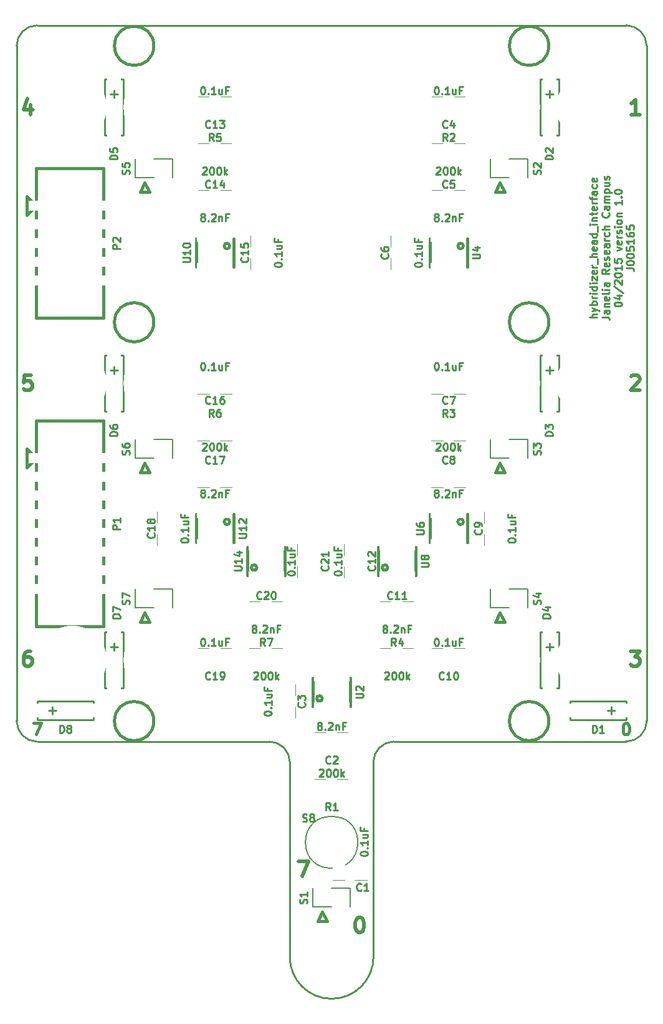
<source format=gto>
G04 #@! TF.FileFunction,Legend,Top*
%FSLAX46Y46*%
G04 Gerber Fmt 4.6, Leading zero omitted, Abs format (unit mm)*
G04 Created by KiCad (PCBNEW 0.201504221001+5618~22~ubuntu14.04.1-product) date Thu 30 Apr 2015 12:26:27 PM EDT*
%MOMM*%
G01*
G04 APERTURE LIST*
%ADD10C,0.100000*%
%ADD11C,0.254000*%
%ADD12C,0.381000*%
%ADD13C,0.508000*%
%ADD14C,0.228600*%
%ADD15C,0.150000*%
%ADD16C,0.127000*%
%ADD17C,8.782000*%
%ADD18R,1.670000X3.371800*%
%ADD19C,9.366200*%
%ADD20C,2.387600*%
%ADD21R,1.111200X2.178000*%
%ADD22C,4.210000*%
%ADD23R,2.940000X1.924000*%
%ADD24R,1.924000X2.940000*%
%ADD25R,4.895800X1.416000*%
%ADD26R,1.670000X2.940000*%
%ADD27R,2.940000X1.670000*%
G04 APERTURE END LIST*
D10*
D11*
X129644019Y-65070444D02*
X128628019Y-65070444D01*
X129644019Y-64635016D02*
X129111829Y-64635016D01*
X129015067Y-64683397D01*
X128966686Y-64780159D01*
X128966686Y-64925301D01*
X129015067Y-65022063D01*
X129063448Y-65070444D01*
X128966686Y-64247968D02*
X129644019Y-64006063D01*
X128966686Y-63764159D02*
X129644019Y-64006063D01*
X129885924Y-64102825D01*
X129934305Y-64151206D01*
X129982686Y-64247968D01*
X129644019Y-63377111D02*
X128628019Y-63377111D01*
X129015067Y-63377111D02*
X128966686Y-63280349D01*
X128966686Y-63086826D01*
X129015067Y-62990064D01*
X129063448Y-62941683D01*
X129160210Y-62893302D01*
X129450495Y-62893302D01*
X129547257Y-62941683D01*
X129595638Y-62990064D01*
X129644019Y-63086826D01*
X129644019Y-63280349D01*
X129595638Y-63377111D01*
X129644019Y-62457873D02*
X128966686Y-62457873D01*
X129160210Y-62457873D02*
X129063448Y-62409492D01*
X129015067Y-62361111D01*
X128966686Y-62264349D01*
X128966686Y-62167588D01*
X129644019Y-61828921D02*
X128966686Y-61828921D01*
X128628019Y-61828921D02*
X128676400Y-61877302D01*
X128724781Y-61828921D01*
X128676400Y-61780540D01*
X128628019Y-61828921D01*
X128724781Y-61828921D01*
X129644019Y-60909683D02*
X128628019Y-60909683D01*
X129595638Y-60909683D02*
X129644019Y-61006445D01*
X129644019Y-61199968D01*
X129595638Y-61296730D01*
X129547257Y-61345111D01*
X129450495Y-61393492D01*
X129160210Y-61393492D01*
X129063448Y-61345111D01*
X129015067Y-61296730D01*
X128966686Y-61199968D01*
X128966686Y-61006445D01*
X129015067Y-60909683D01*
X129644019Y-60425873D02*
X128966686Y-60425873D01*
X128628019Y-60425873D02*
X128676400Y-60474254D01*
X128724781Y-60425873D01*
X128676400Y-60377492D01*
X128628019Y-60425873D01*
X128724781Y-60425873D01*
X128966686Y-60038825D02*
X128966686Y-59506635D01*
X129644019Y-60038825D01*
X129644019Y-59506635D01*
X129595638Y-58732540D02*
X129644019Y-58829302D01*
X129644019Y-59022825D01*
X129595638Y-59119587D01*
X129498876Y-59167968D01*
X129111829Y-59167968D01*
X129015067Y-59119587D01*
X128966686Y-59022825D01*
X128966686Y-58829302D01*
X129015067Y-58732540D01*
X129111829Y-58684159D01*
X129208590Y-58684159D01*
X129305352Y-59167968D01*
X129644019Y-58248730D02*
X128966686Y-58248730D01*
X129160210Y-58248730D02*
X129063448Y-58200349D01*
X129015067Y-58151968D01*
X128966686Y-58055206D01*
X128966686Y-57958445D01*
X129740781Y-57861683D02*
X129740781Y-57087588D01*
X129644019Y-56845683D02*
X128628019Y-56845683D01*
X129644019Y-56410255D02*
X129111829Y-56410255D01*
X129015067Y-56458636D01*
X128966686Y-56555398D01*
X128966686Y-56700540D01*
X129015067Y-56797302D01*
X129063448Y-56845683D01*
X129595638Y-55539398D02*
X129644019Y-55636160D01*
X129644019Y-55829683D01*
X129595638Y-55926445D01*
X129498876Y-55974826D01*
X129111829Y-55974826D01*
X129015067Y-55926445D01*
X128966686Y-55829683D01*
X128966686Y-55636160D01*
X129015067Y-55539398D01*
X129111829Y-55491017D01*
X129208590Y-55491017D01*
X129305352Y-55974826D01*
X129644019Y-54620160D02*
X129111829Y-54620160D01*
X129015067Y-54668541D01*
X128966686Y-54765303D01*
X128966686Y-54958826D01*
X129015067Y-55055588D01*
X129595638Y-54620160D02*
X129644019Y-54716922D01*
X129644019Y-54958826D01*
X129595638Y-55055588D01*
X129498876Y-55103969D01*
X129402114Y-55103969D01*
X129305352Y-55055588D01*
X129256971Y-54958826D01*
X129256971Y-54716922D01*
X129208590Y-54620160D01*
X129644019Y-53700922D02*
X128628019Y-53700922D01*
X129595638Y-53700922D02*
X129644019Y-53797684D01*
X129644019Y-53991207D01*
X129595638Y-54087969D01*
X129547257Y-54136350D01*
X129450495Y-54184731D01*
X129160210Y-54184731D01*
X129063448Y-54136350D01*
X129015067Y-54087969D01*
X128966686Y-53991207D01*
X128966686Y-53797684D01*
X129015067Y-53700922D01*
X129740781Y-53459017D02*
X129740781Y-52684922D01*
X129644019Y-52443017D02*
X128966686Y-52443017D01*
X128628019Y-52443017D02*
X128676400Y-52491398D01*
X128724781Y-52443017D01*
X128676400Y-52394636D01*
X128628019Y-52443017D01*
X128724781Y-52443017D01*
X128966686Y-51959207D02*
X129644019Y-51959207D01*
X129063448Y-51959207D02*
X129015067Y-51910826D01*
X128966686Y-51814064D01*
X128966686Y-51668922D01*
X129015067Y-51572160D01*
X129111829Y-51523779D01*
X129644019Y-51523779D01*
X128966686Y-51185112D02*
X128966686Y-50798064D01*
X128628019Y-51039969D02*
X129498876Y-51039969D01*
X129595638Y-50991588D01*
X129644019Y-50894826D01*
X129644019Y-50798064D01*
X129595638Y-50072351D02*
X129644019Y-50169113D01*
X129644019Y-50362636D01*
X129595638Y-50459398D01*
X129498876Y-50507779D01*
X129111829Y-50507779D01*
X129015067Y-50459398D01*
X128966686Y-50362636D01*
X128966686Y-50169113D01*
X129015067Y-50072351D01*
X129111829Y-50023970D01*
X129208590Y-50023970D01*
X129305352Y-50507779D01*
X129644019Y-49588541D02*
X128966686Y-49588541D01*
X129160210Y-49588541D02*
X129063448Y-49540160D01*
X129015067Y-49491779D01*
X128966686Y-49395017D01*
X128966686Y-49298256D01*
X128966686Y-49104732D02*
X128966686Y-48717684D01*
X129644019Y-48959589D02*
X128773162Y-48959589D01*
X128676400Y-48911208D01*
X128628019Y-48814446D01*
X128628019Y-48717684D01*
X129644019Y-47943590D02*
X129111829Y-47943590D01*
X129015067Y-47991971D01*
X128966686Y-48088733D01*
X128966686Y-48282256D01*
X129015067Y-48379018D01*
X129595638Y-47943590D02*
X129644019Y-48040352D01*
X129644019Y-48282256D01*
X129595638Y-48379018D01*
X129498876Y-48427399D01*
X129402114Y-48427399D01*
X129305352Y-48379018D01*
X129256971Y-48282256D01*
X129256971Y-48040352D01*
X129208590Y-47943590D01*
X129595638Y-47024352D02*
X129644019Y-47121114D01*
X129644019Y-47314637D01*
X129595638Y-47411399D01*
X129547257Y-47459780D01*
X129450495Y-47508161D01*
X129160210Y-47508161D01*
X129063448Y-47459780D01*
X129015067Y-47411399D01*
X128966686Y-47314637D01*
X128966686Y-47121114D01*
X129015067Y-47024352D01*
X129595638Y-46201876D02*
X129644019Y-46298638D01*
X129644019Y-46492161D01*
X129595638Y-46588923D01*
X129498876Y-46637304D01*
X129111829Y-46637304D01*
X129015067Y-46588923D01*
X128966686Y-46492161D01*
X128966686Y-46298638D01*
X129015067Y-46201876D01*
X129111829Y-46153495D01*
X129208590Y-46153495D01*
X129305352Y-46637304D01*
X130304419Y-65022064D02*
X131030133Y-65022064D01*
X131175276Y-65070444D01*
X131272038Y-65167206D01*
X131320419Y-65312349D01*
X131320419Y-65409111D01*
X131320419Y-64102826D02*
X130788229Y-64102826D01*
X130691467Y-64151207D01*
X130643086Y-64247969D01*
X130643086Y-64441492D01*
X130691467Y-64538254D01*
X131272038Y-64102826D02*
X131320419Y-64199588D01*
X131320419Y-64441492D01*
X131272038Y-64538254D01*
X131175276Y-64586635D01*
X131078514Y-64586635D01*
X130981752Y-64538254D01*
X130933371Y-64441492D01*
X130933371Y-64199588D01*
X130884990Y-64102826D01*
X130643086Y-63619016D02*
X131320419Y-63619016D01*
X130739848Y-63619016D02*
X130691467Y-63570635D01*
X130643086Y-63473873D01*
X130643086Y-63328731D01*
X130691467Y-63231969D01*
X130788229Y-63183588D01*
X131320419Y-63183588D01*
X131272038Y-62312731D02*
X131320419Y-62409493D01*
X131320419Y-62603016D01*
X131272038Y-62699778D01*
X131175276Y-62748159D01*
X130788229Y-62748159D01*
X130691467Y-62699778D01*
X130643086Y-62603016D01*
X130643086Y-62409493D01*
X130691467Y-62312731D01*
X130788229Y-62264350D01*
X130884990Y-62264350D01*
X130981752Y-62748159D01*
X131320419Y-61683778D02*
X131272038Y-61780540D01*
X131175276Y-61828921D01*
X130304419Y-61828921D01*
X131320419Y-61296731D02*
X130643086Y-61296731D01*
X130304419Y-61296731D02*
X130352800Y-61345112D01*
X130401181Y-61296731D01*
X130352800Y-61248350D01*
X130304419Y-61296731D01*
X130401181Y-61296731D01*
X131320419Y-60377493D02*
X130788229Y-60377493D01*
X130691467Y-60425874D01*
X130643086Y-60522636D01*
X130643086Y-60716159D01*
X130691467Y-60812921D01*
X131272038Y-60377493D02*
X131320419Y-60474255D01*
X131320419Y-60716159D01*
X131272038Y-60812921D01*
X131175276Y-60861302D01*
X131078514Y-60861302D01*
X130981752Y-60812921D01*
X130933371Y-60716159D01*
X130933371Y-60474255D01*
X130884990Y-60377493D01*
X131320419Y-58539017D02*
X130836610Y-58877683D01*
X131320419Y-59119588D02*
X130304419Y-59119588D01*
X130304419Y-58732541D01*
X130352800Y-58635779D01*
X130401181Y-58587398D01*
X130497943Y-58539017D01*
X130643086Y-58539017D01*
X130739848Y-58587398D01*
X130788229Y-58635779D01*
X130836610Y-58732541D01*
X130836610Y-59119588D01*
X131272038Y-57716541D02*
X131320419Y-57813303D01*
X131320419Y-58006826D01*
X131272038Y-58103588D01*
X131175276Y-58151969D01*
X130788229Y-58151969D01*
X130691467Y-58103588D01*
X130643086Y-58006826D01*
X130643086Y-57813303D01*
X130691467Y-57716541D01*
X130788229Y-57668160D01*
X130884990Y-57668160D01*
X130981752Y-58151969D01*
X131272038Y-57281112D02*
X131320419Y-57184350D01*
X131320419Y-56990826D01*
X131272038Y-56894065D01*
X131175276Y-56845684D01*
X131126895Y-56845684D01*
X131030133Y-56894065D01*
X130981752Y-56990826D01*
X130981752Y-57135969D01*
X130933371Y-57232731D01*
X130836610Y-57281112D01*
X130788229Y-57281112D01*
X130691467Y-57232731D01*
X130643086Y-57135969D01*
X130643086Y-56990826D01*
X130691467Y-56894065D01*
X131272038Y-56023208D02*
X131320419Y-56119970D01*
X131320419Y-56313493D01*
X131272038Y-56410255D01*
X131175276Y-56458636D01*
X130788229Y-56458636D01*
X130691467Y-56410255D01*
X130643086Y-56313493D01*
X130643086Y-56119970D01*
X130691467Y-56023208D01*
X130788229Y-55974827D01*
X130884990Y-55974827D01*
X130981752Y-56458636D01*
X131320419Y-55103970D02*
X130788229Y-55103970D01*
X130691467Y-55152351D01*
X130643086Y-55249113D01*
X130643086Y-55442636D01*
X130691467Y-55539398D01*
X131272038Y-55103970D02*
X131320419Y-55200732D01*
X131320419Y-55442636D01*
X131272038Y-55539398D01*
X131175276Y-55587779D01*
X131078514Y-55587779D01*
X130981752Y-55539398D01*
X130933371Y-55442636D01*
X130933371Y-55200732D01*
X130884990Y-55103970D01*
X131320419Y-54620160D02*
X130643086Y-54620160D01*
X130836610Y-54620160D02*
X130739848Y-54571779D01*
X130691467Y-54523398D01*
X130643086Y-54426636D01*
X130643086Y-54329875D01*
X131272038Y-53555780D02*
X131320419Y-53652542D01*
X131320419Y-53846065D01*
X131272038Y-53942827D01*
X131223657Y-53991208D01*
X131126895Y-54039589D01*
X130836610Y-54039589D01*
X130739848Y-53991208D01*
X130691467Y-53942827D01*
X130643086Y-53846065D01*
X130643086Y-53652542D01*
X130691467Y-53555780D01*
X131320419Y-53120351D02*
X130304419Y-53120351D01*
X131320419Y-52684923D02*
X130788229Y-52684923D01*
X130691467Y-52733304D01*
X130643086Y-52830066D01*
X130643086Y-52975208D01*
X130691467Y-53071970D01*
X130739848Y-53120351D01*
X131223657Y-50846447D02*
X131272038Y-50894828D01*
X131320419Y-51039971D01*
X131320419Y-51136733D01*
X131272038Y-51281875D01*
X131175276Y-51378637D01*
X131078514Y-51427018D01*
X130884990Y-51475399D01*
X130739848Y-51475399D01*
X130546324Y-51427018D01*
X130449562Y-51378637D01*
X130352800Y-51281875D01*
X130304419Y-51136733D01*
X130304419Y-51039971D01*
X130352800Y-50894828D01*
X130401181Y-50846447D01*
X131320419Y-49975590D02*
X130788229Y-49975590D01*
X130691467Y-50023971D01*
X130643086Y-50120733D01*
X130643086Y-50314256D01*
X130691467Y-50411018D01*
X131272038Y-49975590D02*
X131320419Y-50072352D01*
X131320419Y-50314256D01*
X131272038Y-50411018D01*
X131175276Y-50459399D01*
X131078514Y-50459399D01*
X130981752Y-50411018D01*
X130933371Y-50314256D01*
X130933371Y-50072352D01*
X130884990Y-49975590D01*
X131320419Y-49491780D02*
X130643086Y-49491780D01*
X130739848Y-49491780D02*
X130691467Y-49443399D01*
X130643086Y-49346637D01*
X130643086Y-49201495D01*
X130691467Y-49104733D01*
X130788229Y-49056352D01*
X131320419Y-49056352D01*
X130788229Y-49056352D02*
X130691467Y-49007971D01*
X130643086Y-48911209D01*
X130643086Y-48766066D01*
X130691467Y-48669304D01*
X130788229Y-48620923D01*
X131320419Y-48620923D01*
X130643086Y-48137113D02*
X131659086Y-48137113D01*
X130691467Y-48137113D02*
X130643086Y-48040351D01*
X130643086Y-47846828D01*
X130691467Y-47750066D01*
X130739848Y-47701685D01*
X130836610Y-47653304D01*
X131126895Y-47653304D01*
X131223657Y-47701685D01*
X131272038Y-47750066D01*
X131320419Y-47846828D01*
X131320419Y-48040351D01*
X131272038Y-48137113D01*
X130643086Y-46782447D02*
X131320419Y-46782447D01*
X130643086Y-47217875D02*
X131175276Y-47217875D01*
X131272038Y-47169494D01*
X131320419Y-47072732D01*
X131320419Y-46927590D01*
X131272038Y-46830828D01*
X131223657Y-46782447D01*
X131272038Y-46347018D02*
X131320419Y-46250256D01*
X131320419Y-46056732D01*
X131272038Y-45959971D01*
X131175276Y-45911590D01*
X131126895Y-45911590D01*
X131030133Y-45959971D01*
X130981752Y-46056732D01*
X130981752Y-46201875D01*
X130933371Y-46298637D01*
X130836610Y-46347018D01*
X130788229Y-46347018D01*
X130691467Y-46298637D01*
X130643086Y-46201875D01*
X130643086Y-46056732D01*
X130691467Y-45959971D01*
X131980819Y-63328730D02*
X131980819Y-63231969D01*
X132029200Y-63135207D01*
X132077581Y-63086826D01*
X132174343Y-63038445D01*
X132367867Y-62990064D01*
X132609771Y-62990064D01*
X132803295Y-63038445D01*
X132900057Y-63086826D01*
X132948438Y-63135207D01*
X132996819Y-63231969D01*
X132996819Y-63328730D01*
X132948438Y-63425492D01*
X132900057Y-63473873D01*
X132803295Y-63522254D01*
X132609771Y-63570635D01*
X132367867Y-63570635D01*
X132174343Y-63522254D01*
X132077581Y-63473873D01*
X132029200Y-63425492D01*
X131980819Y-63328730D01*
X132319486Y-62119207D02*
X132996819Y-62119207D01*
X131932438Y-62361111D02*
X132658152Y-62603016D01*
X132658152Y-61974064D01*
X131932438Y-60861302D02*
X133238724Y-61732159D01*
X132077581Y-60571016D02*
X132029200Y-60522635D01*
X131980819Y-60425873D01*
X131980819Y-60183969D01*
X132029200Y-60087207D01*
X132077581Y-60038826D01*
X132174343Y-59990445D01*
X132271105Y-59990445D01*
X132416248Y-60038826D01*
X132996819Y-60619397D01*
X132996819Y-59990445D01*
X131980819Y-59361492D02*
X131980819Y-59264731D01*
X132029200Y-59167969D01*
X132077581Y-59119588D01*
X132174343Y-59071207D01*
X132367867Y-59022826D01*
X132609771Y-59022826D01*
X132803295Y-59071207D01*
X132900057Y-59119588D01*
X132948438Y-59167969D01*
X132996819Y-59264731D01*
X132996819Y-59361492D01*
X132948438Y-59458254D01*
X132900057Y-59506635D01*
X132803295Y-59555016D01*
X132609771Y-59603397D01*
X132367867Y-59603397D01*
X132174343Y-59555016D01*
X132077581Y-59506635D01*
X132029200Y-59458254D01*
X131980819Y-59361492D01*
X132996819Y-58055207D02*
X132996819Y-58635778D01*
X132996819Y-58345492D02*
X131980819Y-58345492D01*
X132125962Y-58442254D01*
X132222724Y-58539016D01*
X132271105Y-58635778D01*
X131980819Y-57135969D02*
X131980819Y-57619778D01*
X132464629Y-57668159D01*
X132416248Y-57619778D01*
X132367867Y-57523016D01*
X132367867Y-57281112D01*
X132416248Y-57184350D01*
X132464629Y-57135969D01*
X132561390Y-57087588D01*
X132803295Y-57087588D01*
X132900057Y-57135969D01*
X132948438Y-57184350D01*
X132996819Y-57281112D01*
X132996819Y-57523016D01*
X132948438Y-57619778D01*
X132900057Y-57668159D01*
X132319486Y-55974826D02*
X132996819Y-55732921D01*
X132319486Y-55491017D01*
X132948438Y-54716922D02*
X132996819Y-54813684D01*
X132996819Y-55007207D01*
X132948438Y-55103969D01*
X132851676Y-55152350D01*
X132464629Y-55152350D01*
X132367867Y-55103969D01*
X132319486Y-55007207D01*
X132319486Y-54813684D01*
X132367867Y-54716922D01*
X132464629Y-54668541D01*
X132561390Y-54668541D01*
X132658152Y-55152350D01*
X132996819Y-54233112D02*
X132319486Y-54233112D01*
X132513010Y-54233112D02*
X132416248Y-54184731D01*
X132367867Y-54136350D01*
X132319486Y-54039588D01*
X132319486Y-53942827D01*
X132948438Y-53652541D02*
X132996819Y-53555779D01*
X132996819Y-53362255D01*
X132948438Y-53265494D01*
X132851676Y-53217113D01*
X132803295Y-53217113D01*
X132706533Y-53265494D01*
X132658152Y-53362255D01*
X132658152Y-53507398D01*
X132609771Y-53604160D01*
X132513010Y-53652541D01*
X132464629Y-53652541D01*
X132367867Y-53604160D01*
X132319486Y-53507398D01*
X132319486Y-53362255D01*
X132367867Y-53265494D01*
X132996819Y-52781684D02*
X132319486Y-52781684D01*
X131980819Y-52781684D02*
X132029200Y-52830065D01*
X132077581Y-52781684D01*
X132029200Y-52733303D01*
X131980819Y-52781684D01*
X132077581Y-52781684D01*
X132996819Y-52152731D02*
X132948438Y-52249493D01*
X132900057Y-52297874D01*
X132803295Y-52346255D01*
X132513010Y-52346255D01*
X132416248Y-52297874D01*
X132367867Y-52249493D01*
X132319486Y-52152731D01*
X132319486Y-52007589D01*
X132367867Y-51910827D01*
X132416248Y-51862446D01*
X132513010Y-51814065D01*
X132803295Y-51814065D01*
X132900057Y-51862446D01*
X132948438Y-51910827D01*
X132996819Y-52007589D01*
X132996819Y-52152731D01*
X132319486Y-51378636D02*
X132996819Y-51378636D01*
X132416248Y-51378636D02*
X132367867Y-51330255D01*
X132319486Y-51233493D01*
X132319486Y-51088351D01*
X132367867Y-50991589D01*
X132464629Y-50943208D01*
X132996819Y-50943208D01*
X132996819Y-49153113D02*
X132996819Y-49733684D01*
X132996819Y-49443398D02*
X131980819Y-49443398D01*
X132125962Y-49540160D01*
X132222724Y-49636922D01*
X132271105Y-49733684D01*
X132900057Y-48717684D02*
X132948438Y-48669303D01*
X132996819Y-48717684D01*
X132948438Y-48766065D01*
X132900057Y-48717684D01*
X132996819Y-48717684D01*
X131980819Y-48040350D02*
X131980819Y-47943589D01*
X132029200Y-47846827D01*
X132077581Y-47798446D01*
X132174343Y-47750065D01*
X132367867Y-47701684D01*
X132609771Y-47701684D01*
X132803295Y-47750065D01*
X132900057Y-47798446D01*
X132948438Y-47846827D01*
X132996819Y-47943589D01*
X132996819Y-48040350D01*
X132948438Y-48137112D01*
X132900057Y-48185493D01*
X132803295Y-48233874D01*
X132609771Y-48282255D01*
X132367867Y-48282255D01*
X132174343Y-48233874D01*
X132077581Y-48185493D01*
X132029200Y-48137112D01*
X131980819Y-48040350D01*
X133657219Y-58393874D02*
X134382933Y-58393874D01*
X134528076Y-58442254D01*
X134624838Y-58539016D01*
X134673219Y-58684159D01*
X134673219Y-58780921D01*
X133657219Y-57716540D02*
X133657219Y-57619779D01*
X133705600Y-57523017D01*
X133753981Y-57474636D01*
X133850743Y-57426255D01*
X134044267Y-57377874D01*
X134286171Y-57377874D01*
X134479695Y-57426255D01*
X134576457Y-57474636D01*
X134624838Y-57523017D01*
X134673219Y-57619779D01*
X134673219Y-57716540D01*
X134624838Y-57813302D01*
X134576457Y-57861683D01*
X134479695Y-57910064D01*
X134286171Y-57958445D01*
X134044267Y-57958445D01*
X133850743Y-57910064D01*
X133753981Y-57861683D01*
X133705600Y-57813302D01*
X133657219Y-57716540D01*
X133657219Y-56748921D02*
X133657219Y-56652160D01*
X133705600Y-56555398D01*
X133753981Y-56507017D01*
X133850743Y-56458636D01*
X134044267Y-56410255D01*
X134286171Y-56410255D01*
X134479695Y-56458636D01*
X134576457Y-56507017D01*
X134624838Y-56555398D01*
X134673219Y-56652160D01*
X134673219Y-56748921D01*
X134624838Y-56845683D01*
X134576457Y-56894064D01*
X134479695Y-56942445D01*
X134286171Y-56990826D01*
X134044267Y-56990826D01*
X133850743Y-56942445D01*
X133753981Y-56894064D01*
X133705600Y-56845683D01*
X133657219Y-56748921D01*
X133657219Y-55491017D02*
X133657219Y-55974826D01*
X134141029Y-56023207D01*
X134092648Y-55974826D01*
X134044267Y-55878064D01*
X134044267Y-55636160D01*
X134092648Y-55539398D01*
X134141029Y-55491017D01*
X134237790Y-55442636D01*
X134479695Y-55442636D01*
X134576457Y-55491017D01*
X134624838Y-55539398D01*
X134673219Y-55636160D01*
X134673219Y-55878064D01*
X134624838Y-55974826D01*
X134576457Y-56023207D01*
X134673219Y-54475017D02*
X134673219Y-55055588D01*
X134673219Y-54765302D02*
X133657219Y-54765302D01*
X133802362Y-54862064D01*
X133899124Y-54958826D01*
X133947505Y-55055588D01*
X133657219Y-53604160D02*
X133657219Y-53797683D01*
X133705600Y-53894445D01*
X133753981Y-53942826D01*
X133899124Y-54039588D01*
X134092648Y-54087969D01*
X134479695Y-54087969D01*
X134576457Y-54039588D01*
X134624838Y-53991207D01*
X134673219Y-53894445D01*
X134673219Y-53700922D01*
X134624838Y-53604160D01*
X134576457Y-53555779D01*
X134479695Y-53507398D01*
X134237790Y-53507398D01*
X134141029Y-53555779D01*
X134092648Y-53604160D01*
X134044267Y-53700922D01*
X134044267Y-53894445D01*
X134092648Y-53991207D01*
X134141029Y-54039588D01*
X134237790Y-54087969D01*
X133657219Y-52588160D02*
X133657219Y-53071969D01*
X134141029Y-53120350D01*
X134092648Y-53071969D01*
X134044267Y-52975207D01*
X134044267Y-52733303D01*
X134092648Y-52636541D01*
X134141029Y-52588160D01*
X134237790Y-52539779D01*
X134479695Y-52539779D01*
X134576457Y-52588160D01*
X134624838Y-52636541D01*
X134673219Y-52733303D01*
X134673219Y-52975207D01*
X134624838Y-53071969D01*
X134576457Y-53120350D01*
D12*
X53086000Y-120206589D02*
X54102000Y-120206589D01*
X53448857Y-121730589D01*
X133531429Y-120206589D02*
X133676572Y-120206589D01*
X133821715Y-120279160D01*
X133894286Y-120351731D01*
X133966857Y-120496874D01*
X134039429Y-120787160D01*
X134039429Y-121150017D01*
X133966857Y-121440303D01*
X133894286Y-121585446D01*
X133821715Y-121658017D01*
X133676572Y-121730589D01*
X133531429Y-121730589D01*
X133386286Y-121658017D01*
X133313715Y-121585446D01*
X133241143Y-121440303D01*
X133168572Y-121150017D01*
X133168572Y-120787160D01*
X133241143Y-120496874D01*
X133313715Y-120351731D01*
X133386286Y-120279160D01*
X133531429Y-120206589D01*
D13*
X89111667Y-138978398D02*
X90466333Y-138978398D01*
X89595476Y-141010398D01*
X97312238Y-146598398D02*
X97505762Y-146598398D01*
X97699286Y-146695160D01*
X97796048Y-146791922D01*
X97892810Y-146985446D01*
X97989571Y-147372493D01*
X97989571Y-147856303D01*
X97892810Y-148243350D01*
X97796048Y-148436874D01*
X97699286Y-148533636D01*
X97505762Y-148630398D01*
X97312238Y-148630398D01*
X97118714Y-148533636D01*
X97021952Y-148436874D01*
X96925191Y-148243350D01*
X96828429Y-147856303D01*
X96828429Y-147372493D01*
X96925191Y-146985446D01*
X97021952Y-146791922D01*
X97118714Y-146695160D01*
X97312238Y-146598398D01*
X52711048Y-110403398D02*
X52324000Y-110403398D01*
X52130476Y-110500160D01*
X52033714Y-110596922D01*
X51840191Y-110887208D01*
X51743429Y-111274255D01*
X51743429Y-112048350D01*
X51840191Y-112241874D01*
X51936952Y-112338636D01*
X52130476Y-112435398D01*
X52517524Y-112435398D01*
X52711048Y-112338636D01*
X52807810Y-112241874D01*
X52904571Y-112048350D01*
X52904571Y-111564541D01*
X52807810Y-111371017D01*
X52711048Y-111274255D01*
X52517524Y-111177493D01*
X52130476Y-111177493D01*
X51936952Y-111274255D01*
X51840191Y-111371017D01*
X51743429Y-111564541D01*
X52807810Y-72938398D02*
X51840191Y-72938398D01*
X51743429Y-73906017D01*
X51840191Y-73809255D01*
X52033714Y-73712493D01*
X52517524Y-73712493D01*
X52711048Y-73809255D01*
X52807810Y-73906017D01*
X52904571Y-74099541D01*
X52904571Y-74583350D01*
X52807810Y-74776874D01*
X52711048Y-74873636D01*
X52517524Y-74970398D01*
X52033714Y-74970398D01*
X51840191Y-74873636D01*
X51743429Y-74776874D01*
X52711048Y-36150731D02*
X52711048Y-37505398D01*
X52227238Y-35376636D02*
X51743429Y-36828065D01*
X53001333Y-36828065D01*
X134196667Y-110403398D02*
X135454571Y-110403398D01*
X134777238Y-111177493D01*
X135067524Y-111177493D01*
X135261048Y-111274255D01*
X135357810Y-111371017D01*
X135454571Y-111564541D01*
X135454571Y-112048350D01*
X135357810Y-112241874D01*
X135261048Y-112338636D01*
X135067524Y-112435398D01*
X134486952Y-112435398D01*
X134293429Y-112338636D01*
X134196667Y-112241874D01*
X134293429Y-73131922D02*
X134390191Y-73035160D01*
X134583714Y-72938398D01*
X135067524Y-72938398D01*
X135261048Y-73035160D01*
X135357810Y-73131922D01*
X135454571Y-73325446D01*
X135454571Y-73518970D01*
X135357810Y-73809255D01*
X134196667Y-74970398D01*
X135454571Y-74970398D01*
X135454571Y-37505398D02*
X134293429Y-37505398D01*
X134874000Y-37505398D02*
X134874000Y-35473398D01*
X134680476Y-35763684D01*
X134486952Y-35957208D01*
X134293429Y-36053970D01*
D14*
X87914480Y-151958040D02*
G75*
G03X99283520Y-151958040I5684520J0D01*
G01*
X99283520Y-125483620D02*
X99283520Y-151958040D01*
X87917020Y-125483620D02*
X87917020Y-151958040D01*
X102064820Y-122702320D02*
G75*
G03X99283520Y-125483620I0J-2781300D01*
G01*
X87917020Y-125483620D02*
G75*
G03X85135720Y-122702320I-2781300J0D01*
G01*
X102064820Y-122702320D02*
X133619240Y-122702320D01*
X53581300Y-122702320D02*
X85135720Y-122702320D01*
X53581300Y-25400000D02*
G75*
G03X50800000Y-28181300I0J-2781300D01*
G01*
X133619240Y-122702320D02*
G75*
G03X136400540Y-119921020I0J2781300D01*
G01*
X136400540Y-28181300D02*
X136400540Y-119921020D01*
X50800000Y-119921020D02*
G75*
G03X53581300Y-122702320I2781300J0D01*
G01*
X50800000Y-28181300D02*
X50800000Y-119921020D01*
X136400540Y-28181300D02*
G75*
G03X133619240Y-25400000I-2781300J0D01*
G01*
X53581300Y-25400000D02*
X133619240Y-25400000D01*
D15*
X93599000Y-142631000D02*
X96139000Y-142631000D01*
X96139000Y-142631000D02*
X96139000Y-145171000D01*
X91059000Y-142631000D02*
X91059000Y-145171000D01*
X91059000Y-145171000D02*
X93599000Y-145171000D01*
D12*
X92964000Y-147076000D02*
X92329000Y-145806000D01*
X92329000Y-145806000D02*
X91694000Y-147076000D01*
X91694000Y-147076000D02*
X92964000Y-147076000D01*
D15*
X117729000Y-43571200D02*
X120269000Y-43571200D01*
X120269000Y-43571200D02*
X120269000Y-46111200D01*
X115189000Y-43571200D02*
X115189000Y-46111200D01*
X115189000Y-46111200D02*
X117729000Y-46111200D01*
D12*
X117094000Y-48016200D02*
X116459000Y-46746200D01*
X116459000Y-46746200D02*
X115824000Y-48016200D01*
X115824000Y-48016200D02*
X117094000Y-48016200D01*
D15*
X117729000Y-81671200D02*
X120269000Y-81671200D01*
X120269000Y-81671200D02*
X120269000Y-84211200D01*
X115189000Y-81671200D02*
X115189000Y-84211200D01*
X115189000Y-84211200D02*
X117729000Y-84211200D01*
D12*
X117094000Y-86116200D02*
X116459000Y-84846200D01*
X116459000Y-84846200D02*
X115824000Y-86116200D01*
X115824000Y-86116200D02*
X117094000Y-86116200D01*
D15*
X117729000Y-101991000D02*
X120269000Y-101991000D01*
X120269000Y-101991000D02*
X120269000Y-104531000D01*
X115189000Y-101991000D02*
X115189000Y-104531000D01*
X115189000Y-104531000D02*
X117729000Y-104531000D01*
D12*
X117094000Y-106436000D02*
X116459000Y-105166000D01*
X116459000Y-105166000D02*
X115824000Y-106436000D01*
X115824000Y-106436000D02*
X117094000Y-106436000D01*
D15*
X69469000Y-43571200D02*
X72009000Y-43571200D01*
X72009000Y-43571200D02*
X72009000Y-46111200D01*
X66929000Y-43571200D02*
X66929000Y-46111200D01*
X66929000Y-46111200D02*
X69469000Y-46111200D01*
D12*
X68834000Y-48016200D02*
X68199000Y-46746200D01*
X68199000Y-46746200D02*
X67564000Y-48016200D01*
X67564000Y-48016200D02*
X68834000Y-48016200D01*
D15*
X69469000Y-81671200D02*
X72009000Y-81671200D01*
X72009000Y-81671200D02*
X72009000Y-84211200D01*
X66929000Y-81671200D02*
X66929000Y-84211200D01*
X66929000Y-84211200D02*
X69469000Y-84211200D01*
D12*
X68834000Y-86116200D02*
X68199000Y-84846200D01*
X68199000Y-84846200D02*
X67564000Y-86116200D01*
X67564000Y-86116200D02*
X68834000Y-86116200D01*
D15*
X69469000Y-101991000D02*
X72009000Y-101991000D01*
X72009000Y-101991000D02*
X72009000Y-104531000D01*
X66929000Y-101991000D02*
X66929000Y-104531000D01*
X66929000Y-104531000D02*
X69469000Y-104531000D01*
D12*
X68834000Y-106436000D02*
X68199000Y-105166000D01*
X68199000Y-105166000D02*
X67564000Y-106436000D01*
X67564000Y-106436000D02*
X68834000Y-106436000D01*
D15*
X97155000Y-136388000D02*
G75*
G03X97155000Y-136388000I-3556000J0D01*
G01*
D12*
X92329000Y-116850000D02*
G75*
G03X92329000Y-116850000I-381000J0D01*
G01*
X91059000Y-114056000D02*
X91059000Y-117866000D01*
X96139000Y-114056000D02*
X96139000Y-117866000D01*
X111506000Y-55382200D02*
G75*
G03X111506000Y-55382200I-381000J0D01*
G01*
X112014000Y-58176200D02*
X112014000Y-54366200D01*
X106934000Y-58176200D02*
X106934000Y-54366200D01*
X111506000Y-92847200D02*
G75*
G03X111506000Y-92847200I-381000J0D01*
G01*
X112014000Y-95641200D02*
X112014000Y-91831200D01*
X106934000Y-95641200D02*
X106934000Y-91831200D01*
X101219000Y-99070200D02*
G75*
G03X101219000Y-99070200I-381000J0D01*
G01*
X99949000Y-96276200D02*
X99949000Y-100086200D01*
X105029000Y-96276200D02*
X105029000Y-100086200D01*
X79756000Y-55382200D02*
G75*
G03X79756000Y-55382200I-381000J0D01*
G01*
X80264000Y-58176200D02*
X80264000Y-54366200D01*
X75184000Y-58176200D02*
X75184000Y-54366200D01*
X79756000Y-92847200D02*
G75*
G03X79756000Y-92847200I-381000J0D01*
G01*
X80264000Y-95641200D02*
X80264000Y-91831200D01*
X75184000Y-95641200D02*
X75184000Y-91831200D01*
X83439000Y-99070200D02*
G75*
G03X83439000Y-99070200I-381000J0D01*
G01*
X82169000Y-96276200D02*
X82169000Y-100086200D01*
X87249000Y-96276200D02*
X87249000Y-100086200D01*
X69430900Y-28181300D02*
G75*
G03X69430900Y-28181300I-2667000J0D01*
G01*
X123101000Y-28181300D02*
G75*
G03X123101000Y-28181300I-2667000J0D01*
G01*
X69430900Y-65742800D02*
G75*
G03X69430900Y-65742800I-2667000J0D01*
G01*
X123101000Y-65742800D02*
G75*
G03X123101000Y-65742800I-2667000J0D01*
G01*
X69430900Y-119921000D02*
G75*
G03X69430900Y-119921000I-2667000J0D01*
G01*
X123101000Y-119921000D02*
G75*
G03X123101000Y-119921000I-2667000J0D01*
G01*
D14*
X55626000Y-119009000D02*
X55626000Y-117993000D01*
X56134000Y-118501000D02*
X55118000Y-118501000D01*
X53594000Y-119771000D02*
X53594000Y-117231000D01*
X53594000Y-117231000D02*
X61214000Y-117231000D01*
X61214000Y-117231000D02*
X61214000Y-119771000D01*
X61214000Y-119771000D02*
X53594000Y-119771000D01*
X63517800Y-109835000D02*
X64533800Y-109835000D01*
X64025800Y-110343000D02*
X64025800Y-109327000D01*
X62755800Y-107803000D02*
X65295800Y-107803000D01*
X65295800Y-107803000D02*
X65295800Y-115423000D01*
X65295800Y-115423000D02*
X62755800Y-115423000D01*
X62755800Y-115423000D02*
X62755800Y-107803000D01*
X63517800Y-72273200D02*
X64533800Y-72273200D01*
X64025800Y-72781200D02*
X64025800Y-71765200D01*
X62755800Y-70241200D02*
X65295800Y-70241200D01*
X65295800Y-70241200D02*
X65295800Y-77861200D01*
X65295800Y-77861200D02*
X62755800Y-77861200D01*
X62755800Y-77861200D02*
X62755800Y-70241200D01*
X63517800Y-34711600D02*
X64533800Y-34711600D01*
X64025800Y-35219600D02*
X64025800Y-34203600D01*
X62755800Y-32679600D02*
X65295800Y-32679600D01*
X65295800Y-32679600D02*
X65295800Y-40299600D01*
X65295800Y-40299600D02*
X62755800Y-40299600D01*
X62755800Y-40299600D02*
X62755800Y-32679600D01*
X122667000Y-109835000D02*
X123683000Y-109835000D01*
X123175000Y-110343000D02*
X123175000Y-109327000D01*
X121905000Y-107803000D02*
X124445000Y-107803000D01*
X124445000Y-107803000D02*
X124445000Y-115423000D01*
X124445000Y-115423000D02*
X121905000Y-115423000D01*
X121905000Y-115423000D02*
X121905000Y-107803000D01*
X122667000Y-72273200D02*
X123683000Y-72273200D01*
X123175000Y-72781200D02*
X123175000Y-71765200D01*
X121905000Y-70241200D02*
X124445000Y-70241200D01*
X124445000Y-70241200D02*
X124445000Y-77861200D01*
X124445000Y-77861200D02*
X121905000Y-77861200D01*
X121905000Y-77861200D02*
X121905000Y-70241200D01*
X122667000Y-34711600D02*
X123683000Y-34711600D01*
X123175000Y-35219600D02*
X123175000Y-34203600D01*
X121905000Y-32679600D02*
X124445000Y-32679600D01*
X124445000Y-32679600D02*
X124445000Y-40299600D01*
X124445000Y-40299600D02*
X121905000Y-40299600D01*
X121905000Y-40299600D02*
X121905000Y-32679600D01*
X131572000Y-117993000D02*
X131572000Y-119009000D01*
X131064000Y-118501000D02*
X132080000Y-118501000D01*
X133604000Y-117231000D02*
X133604000Y-119771000D01*
X133604000Y-119771000D02*
X125984000Y-119771000D01*
X125984000Y-119771000D02*
X125984000Y-117231000D01*
X125984000Y-117231000D02*
X133604000Y-117231000D01*
D12*
X62611000Y-65161200D02*
X62611000Y-44841200D01*
X53467000Y-65161200D02*
X53467000Y-44841200D01*
X53467000Y-65161200D02*
X62611000Y-65161200D01*
X53467000Y-44841200D02*
X62611000Y-44841200D01*
X53467000Y-49921200D02*
X52197000Y-48651200D01*
X52197000Y-48651200D02*
X52197000Y-51191200D01*
X52197000Y-51191200D02*
X53467000Y-49921200D01*
X53467000Y-79131200D02*
X53467000Y-107071200D01*
X53467000Y-107071200D02*
X62611000Y-107071200D01*
X62611000Y-107071200D02*
X62611000Y-79131200D01*
X53467000Y-79131200D02*
X62611000Y-79131200D01*
X53467000Y-84211200D02*
X52197000Y-82941200D01*
X52197000Y-82941200D02*
X52197000Y-85481200D01*
X52197000Y-85481200D02*
X53467000Y-84211200D01*
D16*
X96901000Y-141488000D02*
X98425000Y-141488000D01*
X98425000Y-141488000D02*
X98425000Y-138694000D01*
X98425000Y-138694000D02*
X96901000Y-138694000D01*
X95377000Y-138694000D02*
X93853000Y-138694000D01*
X93853000Y-138694000D02*
X93853000Y-141488000D01*
X93853000Y-141488000D02*
X95377000Y-141488000D01*
X94361000Y-124343000D02*
X95885000Y-124343000D01*
X95885000Y-124343000D02*
X95885000Y-121549000D01*
X95885000Y-121549000D02*
X94361000Y-121549000D01*
X92837000Y-121549000D02*
X91313000Y-121549000D01*
X91313000Y-121549000D02*
X91313000Y-124343000D01*
X91313000Y-124343000D02*
X92837000Y-124343000D01*
X88646000Y-116469000D02*
X88646000Y-114945000D01*
X88646000Y-114945000D02*
X85852000Y-114945000D01*
X85852000Y-114945000D02*
X85852000Y-116469000D01*
X85852000Y-117993000D02*
X85852000Y-119517000D01*
X85852000Y-119517000D02*
X88646000Y-119517000D01*
X88646000Y-119517000D02*
X88646000Y-117993000D01*
X110236000Y-37983200D02*
X111760000Y-37983200D01*
X111760000Y-37983200D02*
X111760000Y-35189200D01*
X111760000Y-35189200D02*
X110236000Y-35189200D01*
X108712000Y-35189200D02*
X107188000Y-35189200D01*
X107188000Y-35189200D02*
X107188000Y-37983200D01*
X107188000Y-37983200D02*
X108712000Y-37983200D01*
X108712000Y-47889200D02*
X107188000Y-47889200D01*
X107188000Y-47889200D02*
X107188000Y-50683200D01*
X107188000Y-50683200D02*
X108712000Y-50683200D01*
X110236000Y-50683200D02*
X111760000Y-50683200D01*
X111760000Y-50683200D02*
X111760000Y-47889200D01*
X111760000Y-47889200D02*
X110236000Y-47889200D01*
X101727000Y-57033200D02*
X101727000Y-58557200D01*
X101727000Y-58557200D02*
X104521000Y-58557200D01*
X104521000Y-58557200D02*
X104521000Y-57033200D01*
X104521000Y-55509200D02*
X104521000Y-53985200D01*
X104521000Y-53985200D02*
X101727000Y-53985200D01*
X101727000Y-53985200D02*
X101727000Y-55509200D01*
X110236000Y-75448200D02*
X111760000Y-75448200D01*
X111760000Y-75448200D02*
X111760000Y-72654200D01*
X111760000Y-72654200D02*
X110236000Y-72654200D01*
X108712000Y-72654200D02*
X107188000Y-72654200D01*
X107188000Y-72654200D02*
X107188000Y-75448200D01*
X107188000Y-75448200D02*
X108712000Y-75448200D01*
X108712000Y-85354200D02*
X107188000Y-85354200D01*
X107188000Y-85354200D02*
X107188000Y-88148200D01*
X107188000Y-88148200D02*
X108712000Y-88148200D01*
X110236000Y-88148200D02*
X111760000Y-88148200D01*
X111760000Y-88148200D02*
X111760000Y-85354200D01*
X111760000Y-85354200D02*
X110236000Y-85354200D01*
X114427000Y-94498200D02*
X114427000Y-96022200D01*
X114427000Y-96022200D02*
X117221000Y-96022200D01*
X117221000Y-96022200D02*
X117221000Y-94498200D01*
X117221000Y-92974200D02*
X117221000Y-91450200D01*
X117221000Y-91450200D02*
X114427000Y-91450200D01*
X114427000Y-91450200D02*
X114427000Y-92974200D01*
X110236000Y-112913000D02*
X111760000Y-112913000D01*
X111760000Y-112913000D02*
X111760000Y-110119000D01*
X111760000Y-110119000D02*
X110236000Y-110119000D01*
X108712000Y-110119000D02*
X107188000Y-110119000D01*
X107188000Y-110119000D02*
X107188000Y-112913000D01*
X107188000Y-112913000D02*
X108712000Y-112913000D01*
X101727000Y-103769000D02*
X100203000Y-103769000D01*
X100203000Y-103769000D02*
X100203000Y-106563000D01*
X100203000Y-106563000D02*
X101727000Y-106563000D01*
X103251000Y-106563000D02*
X104775000Y-106563000D01*
X104775000Y-106563000D02*
X104775000Y-103769000D01*
X104775000Y-103769000D02*
X103251000Y-103769000D01*
X98171000Y-97419200D02*
X98171000Y-95895200D01*
X98171000Y-95895200D02*
X95377000Y-95895200D01*
X95377000Y-95895200D02*
X95377000Y-97419200D01*
X95377000Y-98943200D02*
X95377000Y-100467200D01*
X95377000Y-100467200D02*
X98171000Y-100467200D01*
X98171000Y-100467200D02*
X98171000Y-98943200D01*
X78486000Y-37983200D02*
X80010000Y-37983200D01*
X80010000Y-37983200D02*
X80010000Y-35189200D01*
X80010000Y-35189200D02*
X78486000Y-35189200D01*
X76962000Y-35189200D02*
X75438000Y-35189200D01*
X75438000Y-35189200D02*
X75438000Y-37983200D01*
X75438000Y-37983200D02*
X76962000Y-37983200D01*
X76962000Y-47889200D02*
X75438000Y-47889200D01*
X75438000Y-47889200D02*
X75438000Y-50683200D01*
X75438000Y-50683200D02*
X76962000Y-50683200D01*
X78486000Y-50683200D02*
X80010000Y-50683200D01*
X80010000Y-50683200D02*
X80010000Y-47889200D01*
X80010000Y-47889200D02*
X78486000Y-47889200D01*
X82677000Y-57033200D02*
X82677000Y-58557200D01*
X82677000Y-58557200D02*
X85471000Y-58557200D01*
X85471000Y-58557200D02*
X85471000Y-57033200D01*
X85471000Y-55509200D02*
X85471000Y-53985200D01*
X85471000Y-53985200D02*
X82677000Y-53985200D01*
X82677000Y-53985200D02*
X82677000Y-55509200D01*
X78486000Y-75448200D02*
X80010000Y-75448200D01*
X80010000Y-75448200D02*
X80010000Y-72654200D01*
X80010000Y-72654200D02*
X78486000Y-72654200D01*
X76962000Y-72654200D02*
X75438000Y-72654200D01*
X75438000Y-72654200D02*
X75438000Y-75448200D01*
X75438000Y-75448200D02*
X76962000Y-75448200D01*
X76962000Y-85354200D02*
X75438000Y-85354200D01*
X75438000Y-85354200D02*
X75438000Y-88148200D01*
X75438000Y-88148200D02*
X76962000Y-88148200D01*
X78486000Y-88148200D02*
X80010000Y-88148200D01*
X80010000Y-88148200D02*
X80010000Y-85354200D01*
X80010000Y-85354200D02*
X78486000Y-85354200D01*
X69977000Y-94498200D02*
X69977000Y-96022200D01*
X69977000Y-96022200D02*
X72771000Y-96022200D01*
X72771000Y-96022200D02*
X72771000Y-94498200D01*
X72771000Y-92974200D02*
X72771000Y-91450200D01*
X72771000Y-91450200D02*
X69977000Y-91450200D01*
X69977000Y-91450200D02*
X69977000Y-92974200D01*
X78486000Y-112913000D02*
X80010000Y-112913000D01*
X80010000Y-112913000D02*
X80010000Y-110119000D01*
X80010000Y-110119000D02*
X78486000Y-110119000D01*
X76962000Y-110119000D02*
X75438000Y-110119000D01*
X75438000Y-110119000D02*
X75438000Y-112913000D01*
X75438000Y-112913000D02*
X76962000Y-112913000D01*
X83947000Y-103769000D02*
X82423000Y-103769000D01*
X82423000Y-103769000D02*
X82423000Y-106563000D01*
X82423000Y-106563000D02*
X83947000Y-106563000D01*
X85471000Y-106563000D02*
X86995000Y-106563000D01*
X86995000Y-106563000D02*
X86995000Y-103769000D01*
X86995000Y-103769000D02*
X85471000Y-103769000D01*
X91821000Y-97419200D02*
X91821000Y-95895200D01*
X91821000Y-95895200D02*
X89027000Y-95895200D01*
X89027000Y-95895200D02*
X89027000Y-97419200D01*
X89027000Y-98943200D02*
X89027000Y-100467200D01*
X89027000Y-100467200D02*
X91821000Y-100467200D01*
X91821000Y-100467200D02*
X91821000Y-98943200D01*
X94361000Y-130693000D02*
X95885000Y-130693000D01*
X95885000Y-130693000D02*
X95885000Y-127899000D01*
X95885000Y-127899000D02*
X94361000Y-127899000D01*
X92837000Y-127899000D02*
X91313000Y-127899000D01*
X91313000Y-127899000D02*
X91313000Y-130693000D01*
X91313000Y-130693000D02*
X92837000Y-130693000D01*
X108712000Y-41539200D02*
X107188000Y-41539200D01*
X107188000Y-41539200D02*
X107188000Y-44333200D01*
X107188000Y-44333200D02*
X108712000Y-44333200D01*
X110236000Y-44333200D02*
X111760000Y-44333200D01*
X111760000Y-44333200D02*
X111760000Y-41539200D01*
X111760000Y-41539200D02*
X110236000Y-41539200D01*
X108712000Y-79004200D02*
X107188000Y-79004200D01*
X107188000Y-79004200D02*
X107188000Y-81798200D01*
X107188000Y-81798200D02*
X108712000Y-81798200D01*
X110236000Y-81798200D02*
X111760000Y-81798200D01*
X111760000Y-81798200D02*
X111760000Y-79004200D01*
X111760000Y-79004200D02*
X110236000Y-79004200D01*
X101727000Y-110119000D02*
X100203000Y-110119000D01*
X100203000Y-110119000D02*
X100203000Y-112913000D01*
X100203000Y-112913000D02*
X101727000Y-112913000D01*
X103251000Y-112913000D02*
X104775000Y-112913000D01*
X104775000Y-112913000D02*
X104775000Y-110119000D01*
X104775000Y-110119000D02*
X103251000Y-110119000D01*
X76962000Y-41539200D02*
X75438000Y-41539200D01*
X75438000Y-41539200D02*
X75438000Y-44333200D01*
X75438000Y-44333200D02*
X76962000Y-44333200D01*
X78486000Y-44333200D02*
X80010000Y-44333200D01*
X80010000Y-44333200D02*
X80010000Y-41539200D01*
X80010000Y-41539200D02*
X78486000Y-41539200D01*
X76962000Y-79004200D02*
X75438000Y-79004200D01*
X75438000Y-79004200D02*
X75438000Y-81798200D01*
X75438000Y-81798200D02*
X76962000Y-81798200D01*
X78486000Y-81798200D02*
X80010000Y-81798200D01*
X80010000Y-81798200D02*
X80010000Y-79004200D01*
X80010000Y-79004200D02*
X78486000Y-79004200D01*
X83947000Y-110119000D02*
X82423000Y-110119000D01*
X82423000Y-110119000D02*
X82423000Y-112913000D01*
X82423000Y-112913000D02*
X83947000Y-112913000D01*
X85471000Y-112913000D02*
X86995000Y-112913000D01*
X86995000Y-112913000D02*
X86995000Y-110119000D01*
X86995000Y-110119000D02*
X85471000Y-110119000D01*
D11*
X90200238Y-144675095D02*
X90248619Y-144529952D01*
X90248619Y-144288048D01*
X90200238Y-144191286D01*
X90151857Y-144142905D01*
X90055095Y-144094524D01*
X89958333Y-144094524D01*
X89861571Y-144142905D01*
X89813190Y-144191286D01*
X89764810Y-144288048D01*
X89716429Y-144481571D01*
X89668048Y-144578333D01*
X89619667Y-144626714D01*
X89522905Y-144675095D01*
X89426143Y-144675095D01*
X89329381Y-144626714D01*
X89281000Y-144578333D01*
X89232619Y-144481571D01*
X89232619Y-144239667D01*
X89281000Y-144094524D01*
X90248619Y-143126905D02*
X90248619Y-143707476D01*
X90248619Y-143417190D02*
X89232619Y-143417190D01*
X89377762Y-143513952D01*
X89474524Y-143610714D01*
X89522905Y-143707476D01*
X121950238Y-45615295D02*
X121998619Y-45470152D01*
X121998619Y-45228248D01*
X121950238Y-45131486D01*
X121901857Y-45083105D01*
X121805095Y-45034724D01*
X121708333Y-45034724D01*
X121611571Y-45083105D01*
X121563190Y-45131486D01*
X121514810Y-45228248D01*
X121466429Y-45421771D01*
X121418048Y-45518533D01*
X121369667Y-45566914D01*
X121272905Y-45615295D01*
X121176143Y-45615295D01*
X121079381Y-45566914D01*
X121031000Y-45518533D01*
X120982619Y-45421771D01*
X120982619Y-45179867D01*
X121031000Y-45034724D01*
X121079381Y-44647676D02*
X121031000Y-44599295D01*
X120982619Y-44502533D01*
X120982619Y-44260629D01*
X121031000Y-44163867D01*
X121079381Y-44115486D01*
X121176143Y-44067105D01*
X121272905Y-44067105D01*
X121418048Y-44115486D01*
X121998619Y-44696057D01*
X121998619Y-44067105D01*
X121950238Y-83715295D02*
X121998619Y-83570152D01*
X121998619Y-83328248D01*
X121950238Y-83231486D01*
X121901857Y-83183105D01*
X121805095Y-83134724D01*
X121708333Y-83134724D01*
X121611571Y-83183105D01*
X121563190Y-83231486D01*
X121514810Y-83328248D01*
X121466429Y-83521771D01*
X121418048Y-83618533D01*
X121369667Y-83666914D01*
X121272905Y-83715295D01*
X121176143Y-83715295D01*
X121079381Y-83666914D01*
X121031000Y-83618533D01*
X120982619Y-83521771D01*
X120982619Y-83279867D01*
X121031000Y-83134724D01*
X120982619Y-82796057D02*
X120982619Y-82167105D01*
X121369667Y-82505771D01*
X121369667Y-82360629D01*
X121418048Y-82263867D01*
X121466429Y-82215486D01*
X121563190Y-82167105D01*
X121805095Y-82167105D01*
X121901857Y-82215486D01*
X121950238Y-82263867D01*
X121998619Y-82360629D01*
X121998619Y-82650914D01*
X121950238Y-82747676D01*
X121901857Y-82796057D01*
X121950238Y-104035095D02*
X121998619Y-103889952D01*
X121998619Y-103648048D01*
X121950238Y-103551286D01*
X121901857Y-103502905D01*
X121805095Y-103454524D01*
X121708333Y-103454524D01*
X121611571Y-103502905D01*
X121563190Y-103551286D01*
X121514810Y-103648048D01*
X121466429Y-103841571D01*
X121418048Y-103938333D01*
X121369667Y-103986714D01*
X121272905Y-104035095D01*
X121176143Y-104035095D01*
X121079381Y-103986714D01*
X121031000Y-103938333D01*
X120982619Y-103841571D01*
X120982619Y-103599667D01*
X121031000Y-103454524D01*
X121321286Y-102583667D02*
X121998619Y-102583667D01*
X120934238Y-102825571D02*
X121659952Y-103067476D01*
X121659952Y-102438524D01*
X66070238Y-45615295D02*
X66118619Y-45470152D01*
X66118619Y-45228248D01*
X66070238Y-45131486D01*
X66021857Y-45083105D01*
X65925095Y-45034724D01*
X65828333Y-45034724D01*
X65731571Y-45083105D01*
X65683190Y-45131486D01*
X65634810Y-45228248D01*
X65586429Y-45421771D01*
X65538048Y-45518533D01*
X65489667Y-45566914D01*
X65392905Y-45615295D01*
X65296143Y-45615295D01*
X65199381Y-45566914D01*
X65151000Y-45518533D01*
X65102619Y-45421771D01*
X65102619Y-45179867D01*
X65151000Y-45034724D01*
X65102619Y-44115486D02*
X65102619Y-44599295D01*
X65586429Y-44647676D01*
X65538048Y-44599295D01*
X65489667Y-44502533D01*
X65489667Y-44260629D01*
X65538048Y-44163867D01*
X65586429Y-44115486D01*
X65683190Y-44067105D01*
X65925095Y-44067105D01*
X66021857Y-44115486D01*
X66070238Y-44163867D01*
X66118619Y-44260629D01*
X66118619Y-44502533D01*
X66070238Y-44599295D01*
X66021857Y-44647676D01*
X66070238Y-83715295D02*
X66118619Y-83570152D01*
X66118619Y-83328248D01*
X66070238Y-83231486D01*
X66021857Y-83183105D01*
X65925095Y-83134724D01*
X65828333Y-83134724D01*
X65731571Y-83183105D01*
X65683190Y-83231486D01*
X65634810Y-83328248D01*
X65586429Y-83521771D01*
X65538048Y-83618533D01*
X65489667Y-83666914D01*
X65392905Y-83715295D01*
X65296143Y-83715295D01*
X65199381Y-83666914D01*
X65151000Y-83618533D01*
X65102619Y-83521771D01*
X65102619Y-83279867D01*
X65151000Y-83134724D01*
X65102619Y-82263867D02*
X65102619Y-82457390D01*
X65151000Y-82554152D01*
X65199381Y-82602533D01*
X65344524Y-82699295D01*
X65538048Y-82747676D01*
X65925095Y-82747676D01*
X66021857Y-82699295D01*
X66070238Y-82650914D01*
X66118619Y-82554152D01*
X66118619Y-82360629D01*
X66070238Y-82263867D01*
X66021857Y-82215486D01*
X65925095Y-82167105D01*
X65683190Y-82167105D01*
X65586429Y-82215486D01*
X65538048Y-82263867D01*
X65489667Y-82360629D01*
X65489667Y-82554152D01*
X65538048Y-82650914D01*
X65586429Y-82699295D01*
X65683190Y-82747676D01*
X66070238Y-104035095D02*
X66118619Y-103889952D01*
X66118619Y-103648048D01*
X66070238Y-103551286D01*
X66021857Y-103502905D01*
X65925095Y-103454524D01*
X65828333Y-103454524D01*
X65731571Y-103502905D01*
X65683190Y-103551286D01*
X65634810Y-103648048D01*
X65586429Y-103841571D01*
X65538048Y-103938333D01*
X65489667Y-103986714D01*
X65392905Y-104035095D01*
X65296143Y-104035095D01*
X65199381Y-103986714D01*
X65151000Y-103938333D01*
X65102619Y-103841571D01*
X65102619Y-103599667D01*
X65151000Y-103454524D01*
X65102619Y-103115857D02*
X65102619Y-102438524D01*
X66118619Y-102873952D01*
X89649905Y-133517558D02*
X89795048Y-133565939D01*
X90036952Y-133565939D01*
X90133714Y-133517558D01*
X90182095Y-133469177D01*
X90230476Y-133372415D01*
X90230476Y-133275653D01*
X90182095Y-133178891D01*
X90133714Y-133130510D01*
X90036952Y-133082130D01*
X89843429Y-133033749D01*
X89746667Y-132985368D01*
X89698286Y-132936987D01*
X89649905Y-132840225D01*
X89649905Y-132743463D01*
X89698286Y-132646701D01*
X89746667Y-132598320D01*
X89843429Y-132549939D01*
X90085333Y-132549939D01*
X90230476Y-132598320D01*
X90811048Y-132985368D02*
X90714286Y-132936987D01*
X90665905Y-132888606D01*
X90617524Y-132791844D01*
X90617524Y-132743463D01*
X90665905Y-132646701D01*
X90714286Y-132598320D01*
X90811048Y-132549939D01*
X91004571Y-132549939D01*
X91101333Y-132598320D01*
X91149714Y-132646701D01*
X91198095Y-132743463D01*
X91198095Y-132791844D01*
X91149714Y-132888606D01*
X91101333Y-132936987D01*
X91004571Y-132985368D01*
X90811048Y-132985368D01*
X90714286Y-133033749D01*
X90665905Y-133082130D01*
X90617524Y-133178891D01*
X90617524Y-133372415D01*
X90665905Y-133469177D01*
X90714286Y-133517558D01*
X90811048Y-133565939D01*
X91004571Y-133565939D01*
X91101333Y-133517558D01*
X91149714Y-133469177D01*
X91198095Y-133372415D01*
X91198095Y-133178891D01*
X91149714Y-133082130D01*
X91101333Y-133033749D01*
X91004571Y-132985368D01*
X96852619Y-116735095D02*
X97675095Y-116735095D01*
X97771857Y-116686714D01*
X97820238Y-116638333D01*
X97868619Y-116541571D01*
X97868619Y-116348048D01*
X97820238Y-116251286D01*
X97771857Y-116202905D01*
X97675095Y-116154524D01*
X96852619Y-116154524D01*
X96949381Y-115719095D02*
X96901000Y-115670714D01*
X96852619Y-115573952D01*
X96852619Y-115332048D01*
X96901000Y-115235286D01*
X96949381Y-115186905D01*
X97046143Y-115138524D01*
X97142905Y-115138524D01*
X97288048Y-115186905D01*
X97868619Y-115767476D01*
X97868619Y-115138524D01*
X112727619Y-57045295D02*
X113550095Y-57045295D01*
X113646857Y-56996914D01*
X113695238Y-56948533D01*
X113743619Y-56851771D01*
X113743619Y-56658248D01*
X113695238Y-56561486D01*
X113646857Y-56513105D01*
X113550095Y-56464724D01*
X112727619Y-56464724D01*
X113066286Y-55545486D02*
X113743619Y-55545486D01*
X112679238Y-55787390D02*
X113404952Y-56029295D01*
X113404952Y-55400343D01*
X105107619Y-94510295D02*
X105930095Y-94510295D01*
X106026857Y-94461914D01*
X106075238Y-94413533D01*
X106123619Y-94316771D01*
X106123619Y-94123248D01*
X106075238Y-94026486D01*
X106026857Y-93978105D01*
X105930095Y-93929724D01*
X105107619Y-93929724D01*
X105107619Y-93010486D02*
X105107619Y-93204009D01*
X105156000Y-93300771D01*
X105204381Y-93349152D01*
X105349524Y-93445914D01*
X105543048Y-93494295D01*
X105930095Y-93494295D01*
X106026857Y-93445914D01*
X106075238Y-93397533D01*
X106123619Y-93300771D01*
X106123619Y-93107248D01*
X106075238Y-93010486D01*
X106026857Y-92962105D01*
X105930095Y-92913724D01*
X105688190Y-92913724D01*
X105591429Y-92962105D01*
X105543048Y-93010486D01*
X105494667Y-93107248D01*
X105494667Y-93300771D01*
X105543048Y-93397533D01*
X105591429Y-93445914D01*
X105688190Y-93494295D01*
X105742619Y-98955295D02*
X106565095Y-98955295D01*
X106661857Y-98906914D01*
X106710238Y-98858533D01*
X106758619Y-98761771D01*
X106758619Y-98568248D01*
X106710238Y-98471486D01*
X106661857Y-98423105D01*
X106565095Y-98374724D01*
X105742619Y-98374724D01*
X106178048Y-97745771D02*
X106129667Y-97842533D01*
X106081286Y-97890914D01*
X105984524Y-97939295D01*
X105936143Y-97939295D01*
X105839381Y-97890914D01*
X105791000Y-97842533D01*
X105742619Y-97745771D01*
X105742619Y-97552248D01*
X105791000Y-97455486D01*
X105839381Y-97407105D01*
X105936143Y-97358724D01*
X105984524Y-97358724D01*
X106081286Y-97407105D01*
X106129667Y-97455486D01*
X106178048Y-97552248D01*
X106178048Y-97745771D01*
X106226429Y-97842533D01*
X106274810Y-97890914D01*
X106371571Y-97939295D01*
X106565095Y-97939295D01*
X106661857Y-97890914D01*
X106710238Y-97842533D01*
X106758619Y-97745771D01*
X106758619Y-97552248D01*
X106710238Y-97455486D01*
X106661857Y-97407105D01*
X106565095Y-97358724D01*
X106371571Y-97358724D01*
X106274810Y-97407105D01*
X106226429Y-97455486D01*
X106178048Y-97552248D01*
X73357619Y-57529104D02*
X74180095Y-57529104D01*
X74276857Y-57480723D01*
X74325238Y-57432342D01*
X74373619Y-57335580D01*
X74373619Y-57142057D01*
X74325238Y-57045295D01*
X74276857Y-56996914D01*
X74180095Y-56948533D01*
X73357619Y-56948533D01*
X74373619Y-55932533D02*
X74373619Y-56513104D01*
X74373619Y-56222818D02*
X73357619Y-56222818D01*
X73502762Y-56319580D01*
X73599524Y-56416342D01*
X73647905Y-56513104D01*
X73357619Y-55303580D02*
X73357619Y-55206819D01*
X73406000Y-55110057D01*
X73454381Y-55061676D01*
X73551143Y-55013295D01*
X73744667Y-54964914D01*
X73986571Y-54964914D01*
X74180095Y-55013295D01*
X74276857Y-55061676D01*
X74325238Y-55110057D01*
X74373619Y-55206819D01*
X74373619Y-55303580D01*
X74325238Y-55400342D01*
X74276857Y-55448723D01*
X74180095Y-55497104D01*
X73986571Y-55545485D01*
X73744667Y-55545485D01*
X73551143Y-55497104D01*
X73454381Y-55448723D01*
X73406000Y-55400342D01*
X73357619Y-55303580D01*
X80977619Y-94994104D02*
X81800095Y-94994104D01*
X81896857Y-94945723D01*
X81945238Y-94897342D01*
X81993619Y-94800580D01*
X81993619Y-94607057D01*
X81945238Y-94510295D01*
X81896857Y-94461914D01*
X81800095Y-94413533D01*
X80977619Y-94413533D01*
X81993619Y-93397533D02*
X81993619Y-93978104D01*
X81993619Y-93687818D02*
X80977619Y-93687818D01*
X81122762Y-93784580D01*
X81219524Y-93881342D01*
X81267905Y-93978104D01*
X81074381Y-93010485D02*
X81026000Y-92962104D01*
X80977619Y-92865342D01*
X80977619Y-92623438D01*
X81026000Y-92526676D01*
X81074381Y-92478295D01*
X81171143Y-92429914D01*
X81267905Y-92429914D01*
X81413048Y-92478295D01*
X81993619Y-93058866D01*
X81993619Y-92429914D01*
X80342619Y-99439104D02*
X81165095Y-99439104D01*
X81261857Y-99390723D01*
X81310238Y-99342342D01*
X81358619Y-99245580D01*
X81358619Y-99052057D01*
X81310238Y-98955295D01*
X81261857Y-98906914D01*
X81165095Y-98858533D01*
X80342619Y-98858533D01*
X81358619Y-97842533D02*
X81358619Y-98423104D01*
X81358619Y-98132818D02*
X80342619Y-98132818D01*
X80487762Y-98229580D01*
X80584524Y-98326342D01*
X80632905Y-98423104D01*
X80681286Y-96971676D02*
X81358619Y-96971676D01*
X80294238Y-97213580D02*
X81019952Y-97455485D01*
X81019952Y-96826533D01*
X56654096Y-121500619D02*
X56654096Y-120484619D01*
X56896001Y-120484619D01*
X57041143Y-120533000D01*
X57137905Y-120629762D01*
X57186286Y-120726524D01*
X57234667Y-120920048D01*
X57234667Y-121065190D01*
X57186286Y-121258714D01*
X57137905Y-121355476D01*
X57041143Y-121452238D01*
X56896001Y-121500619D01*
X56654096Y-121500619D01*
X57815239Y-120920048D02*
X57718477Y-120871667D01*
X57670096Y-120823286D01*
X57621715Y-120726524D01*
X57621715Y-120678143D01*
X57670096Y-120581381D01*
X57718477Y-120533000D01*
X57815239Y-120484619D01*
X58008762Y-120484619D01*
X58105524Y-120533000D01*
X58153905Y-120581381D01*
X58202286Y-120678143D01*
X58202286Y-120726524D01*
X58153905Y-120823286D01*
X58105524Y-120871667D01*
X58008762Y-120920048D01*
X57815239Y-120920048D01*
X57718477Y-120968429D01*
X57670096Y-121016810D01*
X57621715Y-121113571D01*
X57621715Y-121307095D01*
X57670096Y-121403857D01*
X57718477Y-121452238D01*
X57815239Y-121500619D01*
X58008762Y-121500619D01*
X58105524Y-121452238D01*
X58153905Y-121403857D01*
X58202286Y-121307095D01*
X58202286Y-121113571D01*
X58153905Y-121016810D01*
X58105524Y-120968429D01*
X58008762Y-120920048D01*
X64848639Y-105916384D02*
X63832639Y-105916384D01*
X63832639Y-105674479D01*
X63881020Y-105529337D01*
X63977782Y-105432575D01*
X64074544Y-105384194D01*
X64268068Y-105335813D01*
X64413210Y-105335813D01*
X64606734Y-105384194D01*
X64703496Y-105432575D01*
X64800258Y-105529337D01*
X64848639Y-105674479D01*
X64848639Y-105916384D01*
X63832639Y-104997146D02*
X63832639Y-104319813D01*
X64848639Y-104755241D01*
X64485419Y-81151104D02*
X63469419Y-81151104D01*
X63469419Y-80909199D01*
X63517800Y-80764057D01*
X63614562Y-80667295D01*
X63711324Y-80618914D01*
X63904848Y-80570533D01*
X64049990Y-80570533D01*
X64243514Y-80618914D01*
X64340276Y-80667295D01*
X64437038Y-80764057D01*
X64485419Y-80909199D01*
X64485419Y-81151104D01*
X63469419Y-79699676D02*
X63469419Y-79893199D01*
X63517800Y-79989961D01*
X63566181Y-80038342D01*
X63711324Y-80135104D01*
X63904848Y-80183485D01*
X64291895Y-80183485D01*
X64388657Y-80135104D01*
X64437038Y-80086723D01*
X64485419Y-79989961D01*
X64485419Y-79796438D01*
X64437038Y-79699676D01*
X64388657Y-79651295D01*
X64291895Y-79602914D01*
X64049990Y-79602914D01*
X63953229Y-79651295D01*
X63904848Y-79699676D01*
X63856467Y-79796438D01*
X63856467Y-79989961D01*
X63904848Y-80086723D01*
X63953229Y-80135104D01*
X64049990Y-80183485D01*
X64485419Y-43589504D02*
X63469419Y-43589504D01*
X63469419Y-43347599D01*
X63517800Y-43202457D01*
X63614562Y-43105695D01*
X63711324Y-43057314D01*
X63904848Y-43008933D01*
X64049990Y-43008933D01*
X64243514Y-43057314D01*
X64340276Y-43105695D01*
X64437038Y-43202457D01*
X64485419Y-43347599D01*
X64485419Y-43589504D01*
X63469419Y-42089695D02*
X63469419Y-42573504D01*
X63953229Y-42621885D01*
X63904848Y-42573504D01*
X63856467Y-42476742D01*
X63856467Y-42234838D01*
X63904848Y-42138076D01*
X63953229Y-42089695D01*
X64049990Y-42041314D01*
X64291895Y-42041314D01*
X64388657Y-42089695D01*
X64437038Y-42138076D01*
X64485419Y-42234838D01*
X64485419Y-42476742D01*
X64437038Y-42573504D01*
X64388657Y-42621885D01*
X123268859Y-105916384D02*
X122252859Y-105916384D01*
X122252859Y-105674479D01*
X122301240Y-105529337D01*
X122398002Y-105432575D01*
X122494764Y-105384194D01*
X122688288Y-105335813D01*
X122833430Y-105335813D01*
X123026954Y-105384194D01*
X123123716Y-105432575D01*
X123220478Y-105529337D01*
X123268859Y-105674479D01*
X123268859Y-105916384D01*
X122591526Y-104464956D02*
X123268859Y-104464956D01*
X122204478Y-104706860D02*
X122930192Y-104948765D01*
X122930192Y-104319813D01*
X123634619Y-81151104D02*
X122618619Y-81151104D01*
X122618619Y-80909199D01*
X122667000Y-80764057D01*
X122763762Y-80667295D01*
X122860524Y-80618914D01*
X123054048Y-80570533D01*
X123199190Y-80570533D01*
X123392714Y-80618914D01*
X123489476Y-80667295D01*
X123586238Y-80764057D01*
X123634619Y-80909199D01*
X123634619Y-81151104D01*
X122618619Y-80231866D02*
X122618619Y-79602914D01*
X123005667Y-79941580D01*
X123005667Y-79796438D01*
X123054048Y-79699676D01*
X123102429Y-79651295D01*
X123199190Y-79602914D01*
X123441095Y-79602914D01*
X123537857Y-79651295D01*
X123586238Y-79699676D01*
X123634619Y-79796438D01*
X123634619Y-80086723D01*
X123586238Y-80183485D01*
X123537857Y-80231866D01*
X123634619Y-43589504D02*
X122618619Y-43589504D01*
X122618619Y-43347599D01*
X122667000Y-43202457D01*
X122763762Y-43105695D01*
X122860524Y-43057314D01*
X123054048Y-43008933D01*
X123199190Y-43008933D01*
X123392714Y-43057314D01*
X123489476Y-43105695D01*
X123586238Y-43202457D01*
X123634619Y-43347599D01*
X123634619Y-43589504D01*
X122715381Y-42621885D02*
X122667000Y-42573504D01*
X122618619Y-42476742D01*
X122618619Y-42234838D01*
X122667000Y-42138076D01*
X122715381Y-42089695D01*
X122812143Y-42041314D01*
X122908905Y-42041314D01*
X123054048Y-42089695D01*
X123634619Y-42670266D01*
X123634619Y-42041314D01*
X129044096Y-121500619D02*
X129044096Y-120484619D01*
X129286001Y-120484619D01*
X129431143Y-120533000D01*
X129527905Y-120629762D01*
X129576286Y-120726524D01*
X129624667Y-120920048D01*
X129624667Y-121065190D01*
X129576286Y-121258714D01*
X129527905Y-121355476D01*
X129431143Y-121452238D01*
X129286001Y-121500619D01*
X129044096Y-121500619D01*
X130592286Y-121500619D02*
X130011715Y-121500619D01*
X130302001Y-121500619D02*
X130302001Y-120484619D01*
X130205239Y-120629762D01*
X130108477Y-120726524D01*
X130011715Y-120774905D01*
X64848619Y-55751104D02*
X63832619Y-55751104D01*
X63832619Y-55364057D01*
X63881000Y-55267295D01*
X63929381Y-55218914D01*
X64026143Y-55170533D01*
X64171286Y-55170533D01*
X64268048Y-55218914D01*
X64316429Y-55267295D01*
X64364810Y-55364057D01*
X64364810Y-55751104D01*
X63929381Y-54783485D02*
X63881000Y-54735104D01*
X63832619Y-54638342D01*
X63832619Y-54396438D01*
X63881000Y-54299676D01*
X63929381Y-54251295D01*
X64026143Y-54202914D01*
X64122905Y-54202914D01*
X64268048Y-54251295D01*
X64848619Y-54831866D01*
X64848619Y-54202914D01*
X64848619Y-93851104D02*
X63832619Y-93851104D01*
X63832619Y-93464057D01*
X63881000Y-93367295D01*
X63929381Y-93318914D01*
X64026143Y-93270533D01*
X64171286Y-93270533D01*
X64268048Y-93318914D01*
X64316429Y-93367295D01*
X64364810Y-93464057D01*
X64364810Y-93851104D01*
X64848619Y-92302914D02*
X64848619Y-92883485D01*
X64848619Y-92593199D02*
X63832619Y-92593199D01*
X63977762Y-92689961D01*
X64074524Y-92786723D01*
X64122905Y-92883485D01*
X97620667Y-142866857D02*
X97572286Y-142915238D01*
X97427143Y-142963619D01*
X97330381Y-142963619D01*
X97185239Y-142915238D01*
X97088477Y-142818476D01*
X97040096Y-142721714D01*
X96991715Y-142528190D01*
X96991715Y-142383048D01*
X97040096Y-142189524D01*
X97088477Y-142092762D01*
X97185239Y-141996000D01*
X97330381Y-141947619D01*
X97427143Y-141947619D01*
X97572286Y-141996000D01*
X97620667Y-142044381D01*
X98588286Y-142963619D02*
X98007715Y-142963619D01*
X98298001Y-142963619D02*
X98298001Y-141947619D01*
X98201239Y-142092762D01*
X98104477Y-142189524D01*
X98007715Y-142237905D01*
X97487619Y-137950142D02*
X97487619Y-137853381D01*
X97536000Y-137756619D01*
X97584381Y-137708238D01*
X97681143Y-137659857D01*
X97874667Y-137611476D01*
X98116571Y-137611476D01*
X98310095Y-137659857D01*
X98406857Y-137708238D01*
X98455238Y-137756619D01*
X98503619Y-137853381D01*
X98503619Y-137950142D01*
X98455238Y-138046904D01*
X98406857Y-138095285D01*
X98310095Y-138143666D01*
X98116571Y-138192047D01*
X97874667Y-138192047D01*
X97681143Y-138143666D01*
X97584381Y-138095285D01*
X97536000Y-138046904D01*
X97487619Y-137950142D01*
X98406857Y-137176047D02*
X98455238Y-137127666D01*
X98503619Y-137176047D01*
X98455238Y-137224428D01*
X98406857Y-137176047D01*
X98503619Y-137176047D01*
X98503619Y-136160047D02*
X98503619Y-136740618D01*
X98503619Y-136450332D02*
X97487619Y-136450332D01*
X97632762Y-136547094D01*
X97729524Y-136643856D01*
X97777905Y-136740618D01*
X97826286Y-135289190D02*
X98503619Y-135289190D01*
X97826286Y-135724618D02*
X98358476Y-135724618D01*
X98455238Y-135676237D01*
X98503619Y-135579475D01*
X98503619Y-135434333D01*
X98455238Y-135337571D01*
X98406857Y-135289190D01*
X97971429Y-134466714D02*
X97971429Y-134805380D01*
X98503619Y-134805380D02*
X97487619Y-134805380D01*
X97487619Y-134321571D01*
X93429667Y-125594857D02*
X93381286Y-125643238D01*
X93236143Y-125691619D01*
X93139381Y-125691619D01*
X92994239Y-125643238D01*
X92897477Y-125546476D01*
X92849096Y-125449714D01*
X92800715Y-125256190D01*
X92800715Y-125111048D01*
X92849096Y-124917524D01*
X92897477Y-124820762D01*
X92994239Y-124724000D01*
X93139381Y-124675619D01*
X93236143Y-124675619D01*
X93381286Y-124724000D01*
X93429667Y-124772381D01*
X93816715Y-124772381D02*
X93865096Y-124724000D01*
X93961858Y-124675619D01*
X94203762Y-124675619D01*
X94300524Y-124724000D01*
X94348905Y-124772381D01*
X94397286Y-124869143D01*
X94397286Y-124965905D01*
X94348905Y-125111048D01*
X93768334Y-125691619D01*
X94397286Y-125691619D01*
X91881477Y-120539048D02*
X91784715Y-120490667D01*
X91736334Y-120442286D01*
X91687953Y-120345524D01*
X91687953Y-120297143D01*
X91736334Y-120200381D01*
X91784715Y-120152000D01*
X91881477Y-120103619D01*
X92075000Y-120103619D01*
X92171762Y-120152000D01*
X92220143Y-120200381D01*
X92268524Y-120297143D01*
X92268524Y-120345524D01*
X92220143Y-120442286D01*
X92171762Y-120490667D01*
X92075000Y-120539048D01*
X91881477Y-120539048D01*
X91784715Y-120587429D01*
X91736334Y-120635810D01*
X91687953Y-120732571D01*
X91687953Y-120926095D01*
X91736334Y-121022857D01*
X91784715Y-121071238D01*
X91881477Y-121119619D01*
X92075000Y-121119619D01*
X92171762Y-121071238D01*
X92220143Y-121022857D01*
X92268524Y-120926095D01*
X92268524Y-120732571D01*
X92220143Y-120635810D01*
X92171762Y-120587429D01*
X92075000Y-120539048D01*
X92703953Y-121022857D02*
X92752334Y-121071238D01*
X92703953Y-121119619D01*
X92655572Y-121071238D01*
X92703953Y-121022857D01*
X92703953Y-121119619D01*
X93139382Y-120200381D02*
X93187763Y-120152000D01*
X93284525Y-120103619D01*
X93526429Y-120103619D01*
X93623191Y-120152000D01*
X93671572Y-120200381D01*
X93719953Y-120297143D01*
X93719953Y-120393905D01*
X93671572Y-120539048D01*
X93091001Y-121119619D01*
X93719953Y-121119619D01*
X94155382Y-120442286D02*
X94155382Y-121119619D01*
X94155382Y-120539048D02*
X94203763Y-120490667D01*
X94300525Y-120442286D01*
X94445667Y-120442286D01*
X94542429Y-120490667D01*
X94590810Y-120587429D01*
X94590810Y-121119619D01*
X95413286Y-120587429D02*
X95074620Y-120587429D01*
X95074620Y-121119619D02*
X95074620Y-120103619D01*
X95558429Y-120103619D01*
X89897857Y-117400333D02*
X89946238Y-117448714D01*
X89994619Y-117593857D01*
X89994619Y-117690619D01*
X89946238Y-117835761D01*
X89849476Y-117932523D01*
X89752714Y-117980904D01*
X89559190Y-118029285D01*
X89414048Y-118029285D01*
X89220524Y-117980904D01*
X89123762Y-117932523D01*
X89027000Y-117835761D01*
X88978619Y-117690619D01*
X88978619Y-117593857D01*
X89027000Y-117448714D01*
X89075381Y-117400333D01*
X88978619Y-117061666D02*
X88978619Y-116432714D01*
X89365667Y-116771380D01*
X89365667Y-116626238D01*
X89414048Y-116529476D01*
X89462429Y-116481095D01*
X89559190Y-116432714D01*
X89801095Y-116432714D01*
X89897857Y-116481095D01*
X89946238Y-116529476D01*
X89994619Y-116626238D01*
X89994619Y-116916523D01*
X89946238Y-117013285D01*
X89897857Y-117061666D01*
X84406619Y-118900142D02*
X84406619Y-118803381D01*
X84455000Y-118706619D01*
X84503381Y-118658238D01*
X84600143Y-118609857D01*
X84793667Y-118561476D01*
X85035571Y-118561476D01*
X85229095Y-118609857D01*
X85325857Y-118658238D01*
X85374238Y-118706619D01*
X85422619Y-118803381D01*
X85422619Y-118900142D01*
X85374238Y-118996904D01*
X85325857Y-119045285D01*
X85229095Y-119093666D01*
X85035571Y-119142047D01*
X84793667Y-119142047D01*
X84600143Y-119093666D01*
X84503381Y-119045285D01*
X84455000Y-118996904D01*
X84406619Y-118900142D01*
X85325857Y-118126047D02*
X85374238Y-118077666D01*
X85422619Y-118126047D01*
X85374238Y-118174428D01*
X85325857Y-118126047D01*
X85422619Y-118126047D01*
X85422619Y-117110047D02*
X85422619Y-117690618D01*
X85422619Y-117400332D02*
X84406619Y-117400332D01*
X84551762Y-117497094D01*
X84648524Y-117593856D01*
X84696905Y-117690618D01*
X84745286Y-116239190D02*
X85422619Y-116239190D01*
X84745286Y-116674618D02*
X85277476Y-116674618D01*
X85374238Y-116626237D01*
X85422619Y-116529475D01*
X85422619Y-116384333D01*
X85374238Y-116287571D01*
X85325857Y-116239190D01*
X84890429Y-115416714D02*
X84890429Y-115755380D01*
X85422619Y-115755380D02*
X84406619Y-115755380D01*
X84406619Y-115271571D01*
X109304667Y-39235057D02*
X109256286Y-39283438D01*
X109111143Y-39331819D01*
X109014381Y-39331819D01*
X108869239Y-39283438D01*
X108772477Y-39186676D01*
X108724096Y-39089914D01*
X108675715Y-38896390D01*
X108675715Y-38751248D01*
X108724096Y-38557724D01*
X108772477Y-38460962D01*
X108869239Y-38364200D01*
X109014381Y-38315819D01*
X109111143Y-38315819D01*
X109256286Y-38364200D01*
X109304667Y-38412581D01*
X110175524Y-38654486D02*
X110175524Y-39331819D01*
X109933620Y-38267438D02*
X109691715Y-38993152D01*
X110320667Y-38993152D01*
X107804858Y-33743819D02*
X107901619Y-33743819D01*
X107998381Y-33792200D01*
X108046762Y-33840581D01*
X108095143Y-33937343D01*
X108143524Y-34130867D01*
X108143524Y-34372771D01*
X108095143Y-34566295D01*
X108046762Y-34663057D01*
X107998381Y-34711438D01*
X107901619Y-34759819D01*
X107804858Y-34759819D01*
X107708096Y-34711438D01*
X107659715Y-34663057D01*
X107611334Y-34566295D01*
X107562953Y-34372771D01*
X107562953Y-34130867D01*
X107611334Y-33937343D01*
X107659715Y-33840581D01*
X107708096Y-33792200D01*
X107804858Y-33743819D01*
X108578953Y-34663057D02*
X108627334Y-34711438D01*
X108578953Y-34759819D01*
X108530572Y-34711438D01*
X108578953Y-34663057D01*
X108578953Y-34759819D01*
X109594953Y-34759819D02*
X109014382Y-34759819D01*
X109304668Y-34759819D02*
X109304668Y-33743819D01*
X109207906Y-33888962D01*
X109111144Y-33985724D01*
X109014382Y-34034105D01*
X110465810Y-34082486D02*
X110465810Y-34759819D01*
X110030382Y-34082486D02*
X110030382Y-34614676D01*
X110078763Y-34711438D01*
X110175525Y-34759819D01*
X110320667Y-34759819D01*
X110417429Y-34711438D01*
X110465810Y-34663057D01*
X111288286Y-34227629D02*
X110949620Y-34227629D01*
X110949620Y-34759819D02*
X110949620Y-33743819D01*
X111433429Y-33743819D01*
X109304667Y-47363057D02*
X109256286Y-47411438D01*
X109111143Y-47459819D01*
X109014381Y-47459819D01*
X108869239Y-47411438D01*
X108772477Y-47314676D01*
X108724096Y-47217914D01*
X108675715Y-47024390D01*
X108675715Y-46879248D01*
X108724096Y-46685724D01*
X108772477Y-46588962D01*
X108869239Y-46492200D01*
X109014381Y-46443819D01*
X109111143Y-46443819D01*
X109256286Y-46492200D01*
X109304667Y-46540581D01*
X110223905Y-46443819D02*
X109740096Y-46443819D01*
X109691715Y-46927629D01*
X109740096Y-46879248D01*
X109836858Y-46830867D01*
X110078762Y-46830867D01*
X110175524Y-46879248D01*
X110223905Y-46927629D01*
X110272286Y-47024390D01*
X110272286Y-47266295D01*
X110223905Y-47363057D01*
X110175524Y-47411438D01*
X110078762Y-47459819D01*
X109836858Y-47459819D01*
X109740096Y-47411438D01*
X109691715Y-47363057D01*
X107756477Y-51451248D02*
X107659715Y-51402867D01*
X107611334Y-51354486D01*
X107562953Y-51257724D01*
X107562953Y-51209343D01*
X107611334Y-51112581D01*
X107659715Y-51064200D01*
X107756477Y-51015819D01*
X107950000Y-51015819D01*
X108046762Y-51064200D01*
X108095143Y-51112581D01*
X108143524Y-51209343D01*
X108143524Y-51257724D01*
X108095143Y-51354486D01*
X108046762Y-51402867D01*
X107950000Y-51451248D01*
X107756477Y-51451248D01*
X107659715Y-51499629D01*
X107611334Y-51548010D01*
X107562953Y-51644771D01*
X107562953Y-51838295D01*
X107611334Y-51935057D01*
X107659715Y-51983438D01*
X107756477Y-52031819D01*
X107950000Y-52031819D01*
X108046762Y-51983438D01*
X108095143Y-51935057D01*
X108143524Y-51838295D01*
X108143524Y-51644771D01*
X108095143Y-51548010D01*
X108046762Y-51499629D01*
X107950000Y-51451248D01*
X108578953Y-51935057D02*
X108627334Y-51983438D01*
X108578953Y-52031819D01*
X108530572Y-51983438D01*
X108578953Y-51935057D01*
X108578953Y-52031819D01*
X109014382Y-51112581D02*
X109062763Y-51064200D01*
X109159525Y-51015819D01*
X109401429Y-51015819D01*
X109498191Y-51064200D01*
X109546572Y-51112581D01*
X109594953Y-51209343D01*
X109594953Y-51306105D01*
X109546572Y-51451248D01*
X108966001Y-52031819D01*
X109594953Y-52031819D01*
X110030382Y-51354486D02*
X110030382Y-52031819D01*
X110030382Y-51451248D02*
X110078763Y-51402867D01*
X110175525Y-51354486D01*
X110320667Y-51354486D01*
X110417429Y-51402867D01*
X110465810Y-51499629D01*
X110465810Y-52031819D01*
X111288286Y-51499629D02*
X110949620Y-51499629D01*
X110949620Y-52031819D02*
X110949620Y-51015819D01*
X111433429Y-51015819D01*
X101200857Y-56440533D02*
X101249238Y-56488914D01*
X101297619Y-56634057D01*
X101297619Y-56730819D01*
X101249238Y-56875961D01*
X101152476Y-56972723D01*
X101055714Y-57021104D01*
X100862190Y-57069485D01*
X100717048Y-57069485D01*
X100523524Y-57021104D01*
X100426762Y-56972723D01*
X100330000Y-56875961D01*
X100281619Y-56730819D01*
X100281619Y-56634057D01*
X100330000Y-56488914D01*
X100378381Y-56440533D01*
X100281619Y-55569676D02*
X100281619Y-55763199D01*
X100330000Y-55859961D01*
X100378381Y-55908342D01*
X100523524Y-56005104D01*
X100717048Y-56053485D01*
X101104095Y-56053485D01*
X101200857Y-56005104D01*
X101249238Y-55956723D01*
X101297619Y-55859961D01*
X101297619Y-55666438D01*
X101249238Y-55569676D01*
X101200857Y-55521295D01*
X101104095Y-55472914D01*
X100862190Y-55472914D01*
X100765429Y-55521295D01*
X100717048Y-55569676D01*
X100668667Y-55666438D01*
X100668667Y-55859961D01*
X100717048Y-55956723D01*
X100765429Y-56005104D01*
X100862190Y-56053485D01*
X104853619Y-57940342D02*
X104853619Y-57843581D01*
X104902000Y-57746819D01*
X104950381Y-57698438D01*
X105047143Y-57650057D01*
X105240667Y-57601676D01*
X105482571Y-57601676D01*
X105676095Y-57650057D01*
X105772857Y-57698438D01*
X105821238Y-57746819D01*
X105869619Y-57843581D01*
X105869619Y-57940342D01*
X105821238Y-58037104D01*
X105772857Y-58085485D01*
X105676095Y-58133866D01*
X105482571Y-58182247D01*
X105240667Y-58182247D01*
X105047143Y-58133866D01*
X104950381Y-58085485D01*
X104902000Y-58037104D01*
X104853619Y-57940342D01*
X105772857Y-57166247D02*
X105821238Y-57117866D01*
X105869619Y-57166247D01*
X105821238Y-57214628D01*
X105772857Y-57166247D01*
X105869619Y-57166247D01*
X105869619Y-56150247D02*
X105869619Y-56730818D01*
X105869619Y-56440532D02*
X104853619Y-56440532D01*
X104998762Y-56537294D01*
X105095524Y-56634056D01*
X105143905Y-56730818D01*
X105192286Y-55279390D02*
X105869619Y-55279390D01*
X105192286Y-55714818D02*
X105724476Y-55714818D01*
X105821238Y-55666437D01*
X105869619Y-55569675D01*
X105869619Y-55424533D01*
X105821238Y-55327771D01*
X105772857Y-55279390D01*
X105337429Y-54456914D02*
X105337429Y-54795580D01*
X105869619Y-54795580D02*
X104853619Y-54795580D01*
X104853619Y-54311771D01*
X109304667Y-76700057D02*
X109256286Y-76748438D01*
X109111143Y-76796819D01*
X109014381Y-76796819D01*
X108869239Y-76748438D01*
X108772477Y-76651676D01*
X108724096Y-76554914D01*
X108675715Y-76361390D01*
X108675715Y-76216248D01*
X108724096Y-76022724D01*
X108772477Y-75925962D01*
X108869239Y-75829200D01*
X109014381Y-75780819D01*
X109111143Y-75780819D01*
X109256286Y-75829200D01*
X109304667Y-75877581D01*
X109643334Y-75780819D02*
X110320667Y-75780819D01*
X109885239Y-76796819D01*
X107804858Y-71208819D02*
X107901619Y-71208819D01*
X107998381Y-71257200D01*
X108046762Y-71305581D01*
X108095143Y-71402343D01*
X108143524Y-71595867D01*
X108143524Y-71837771D01*
X108095143Y-72031295D01*
X108046762Y-72128057D01*
X107998381Y-72176438D01*
X107901619Y-72224819D01*
X107804858Y-72224819D01*
X107708096Y-72176438D01*
X107659715Y-72128057D01*
X107611334Y-72031295D01*
X107562953Y-71837771D01*
X107562953Y-71595867D01*
X107611334Y-71402343D01*
X107659715Y-71305581D01*
X107708096Y-71257200D01*
X107804858Y-71208819D01*
X108578953Y-72128057D02*
X108627334Y-72176438D01*
X108578953Y-72224819D01*
X108530572Y-72176438D01*
X108578953Y-72128057D01*
X108578953Y-72224819D01*
X109594953Y-72224819D02*
X109014382Y-72224819D01*
X109304668Y-72224819D02*
X109304668Y-71208819D01*
X109207906Y-71353962D01*
X109111144Y-71450724D01*
X109014382Y-71499105D01*
X110465810Y-71547486D02*
X110465810Y-72224819D01*
X110030382Y-71547486D02*
X110030382Y-72079676D01*
X110078763Y-72176438D01*
X110175525Y-72224819D01*
X110320667Y-72224819D01*
X110417429Y-72176438D01*
X110465810Y-72128057D01*
X111288286Y-71692629D02*
X110949620Y-71692629D01*
X110949620Y-72224819D02*
X110949620Y-71208819D01*
X111433429Y-71208819D01*
X109304667Y-84828057D02*
X109256286Y-84876438D01*
X109111143Y-84924819D01*
X109014381Y-84924819D01*
X108869239Y-84876438D01*
X108772477Y-84779676D01*
X108724096Y-84682914D01*
X108675715Y-84489390D01*
X108675715Y-84344248D01*
X108724096Y-84150724D01*
X108772477Y-84053962D01*
X108869239Y-83957200D01*
X109014381Y-83908819D01*
X109111143Y-83908819D01*
X109256286Y-83957200D01*
X109304667Y-84005581D01*
X109885239Y-84344248D02*
X109788477Y-84295867D01*
X109740096Y-84247486D01*
X109691715Y-84150724D01*
X109691715Y-84102343D01*
X109740096Y-84005581D01*
X109788477Y-83957200D01*
X109885239Y-83908819D01*
X110078762Y-83908819D01*
X110175524Y-83957200D01*
X110223905Y-84005581D01*
X110272286Y-84102343D01*
X110272286Y-84150724D01*
X110223905Y-84247486D01*
X110175524Y-84295867D01*
X110078762Y-84344248D01*
X109885239Y-84344248D01*
X109788477Y-84392629D01*
X109740096Y-84441010D01*
X109691715Y-84537771D01*
X109691715Y-84731295D01*
X109740096Y-84828057D01*
X109788477Y-84876438D01*
X109885239Y-84924819D01*
X110078762Y-84924819D01*
X110175524Y-84876438D01*
X110223905Y-84828057D01*
X110272286Y-84731295D01*
X110272286Y-84537771D01*
X110223905Y-84441010D01*
X110175524Y-84392629D01*
X110078762Y-84344248D01*
X107756477Y-88916248D02*
X107659715Y-88867867D01*
X107611334Y-88819486D01*
X107562953Y-88722724D01*
X107562953Y-88674343D01*
X107611334Y-88577581D01*
X107659715Y-88529200D01*
X107756477Y-88480819D01*
X107950000Y-88480819D01*
X108046762Y-88529200D01*
X108095143Y-88577581D01*
X108143524Y-88674343D01*
X108143524Y-88722724D01*
X108095143Y-88819486D01*
X108046762Y-88867867D01*
X107950000Y-88916248D01*
X107756477Y-88916248D01*
X107659715Y-88964629D01*
X107611334Y-89013010D01*
X107562953Y-89109771D01*
X107562953Y-89303295D01*
X107611334Y-89400057D01*
X107659715Y-89448438D01*
X107756477Y-89496819D01*
X107950000Y-89496819D01*
X108046762Y-89448438D01*
X108095143Y-89400057D01*
X108143524Y-89303295D01*
X108143524Y-89109771D01*
X108095143Y-89013010D01*
X108046762Y-88964629D01*
X107950000Y-88916248D01*
X108578953Y-89400057D02*
X108627334Y-89448438D01*
X108578953Y-89496819D01*
X108530572Y-89448438D01*
X108578953Y-89400057D01*
X108578953Y-89496819D01*
X109014382Y-88577581D02*
X109062763Y-88529200D01*
X109159525Y-88480819D01*
X109401429Y-88480819D01*
X109498191Y-88529200D01*
X109546572Y-88577581D01*
X109594953Y-88674343D01*
X109594953Y-88771105D01*
X109546572Y-88916248D01*
X108966001Y-89496819D01*
X109594953Y-89496819D01*
X110030382Y-88819486D02*
X110030382Y-89496819D01*
X110030382Y-88916248D02*
X110078763Y-88867867D01*
X110175525Y-88819486D01*
X110320667Y-88819486D01*
X110417429Y-88867867D01*
X110465810Y-88964629D01*
X110465810Y-89496819D01*
X111288286Y-88964629D02*
X110949620Y-88964629D01*
X110949620Y-89496819D02*
X110949620Y-88480819D01*
X111433429Y-88480819D01*
X113900857Y-93905533D02*
X113949238Y-93953914D01*
X113997619Y-94099057D01*
X113997619Y-94195819D01*
X113949238Y-94340961D01*
X113852476Y-94437723D01*
X113755714Y-94486104D01*
X113562190Y-94534485D01*
X113417048Y-94534485D01*
X113223524Y-94486104D01*
X113126762Y-94437723D01*
X113030000Y-94340961D01*
X112981619Y-94195819D01*
X112981619Y-94099057D01*
X113030000Y-93953914D01*
X113078381Y-93905533D01*
X113997619Y-93421723D02*
X113997619Y-93228199D01*
X113949238Y-93131438D01*
X113900857Y-93083057D01*
X113755714Y-92986295D01*
X113562190Y-92937914D01*
X113175143Y-92937914D01*
X113078381Y-92986295D01*
X113030000Y-93034676D01*
X112981619Y-93131438D01*
X112981619Y-93324961D01*
X113030000Y-93421723D01*
X113078381Y-93470104D01*
X113175143Y-93518485D01*
X113417048Y-93518485D01*
X113513810Y-93470104D01*
X113562190Y-93421723D01*
X113610571Y-93324961D01*
X113610571Y-93131438D01*
X113562190Y-93034676D01*
X113513810Y-92986295D01*
X113417048Y-92937914D01*
X117553619Y-95405342D02*
X117553619Y-95308581D01*
X117602000Y-95211819D01*
X117650381Y-95163438D01*
X117747143Y-95115057D01*
X117940667Y-95066676D01*
X118182571Y-95066676D01*
X118376095Y-95115057D01*
X118472857Y-95163438D01*
X118521238Y-95211819D01*
X118569619Y-95308581D01*
X118569619Y-95405342D01*
X118521238Y-95502104D01*
X118472857Y-95550485D01*
X118376095Y-95598866D01*
X118182571Y-95647247D01*
X117940667Y-95647247D01*
X117747143Y-95598866D01*
X117650381Y-95550485D01*
X117602000Y-95502104D01*
X117553619Y-95405342D01*
X118472857Y-94631247D02*
X118521238Y-94582866D01*
X118569619Y-94631247D01*
X118521238Y-94679628D01*
X118472857Y-94631247D01*
X118569619Y-94631247D01*
X118569619Y-93615247D02*
X118569619Y-94195818D01*
X118569619Y-93905532D02*
X117553619Y-93905532D01*
X117698762Y-94002294D01*
X117795524Y-94099056D01*
X117843905Y-94195818D01*
X117892286Y-92744390D02*
X118569619Y-92744390D01*
X117892286Y-93179818D02*
X118424476Y-93179818D01*
X118521238Y-93131437D01*
X118569619Y-93034675D01*
X118569619Y-92889533D01*
X118521238Y-92792771D01*
X118472857Y-92744390D01*
X118037429Y-91921914D02*
X118037429Y-92260580D01*
X118569619Y-92260580D02*
X117553619Y-92260580D01*
X117553619Y-91776771D01*
X108820857Y-114164857D02*
X108772476Y-114213238D01*
X108627333Y-114261619D01*
X108530571Y-114261619D01*
X108385429Y-114213238D01*
X108288667Y-114116476D01*
X108240286Y-114019714D01*
X108191905Y-113826190D01*
X108191905Y-113681048D01*
X108240286Y-113487524D01*
X108288667Y-113390762D01*
X108385429Y-113294000D01*
X108530571Y-113245619D01*
X108627333Y-113245619D01*
X108772476Y-113294000D01*
X108820857Y-113342381D01*
X109788476Y-114261619D02*
X109207905Y-114261619D01*
X109498191Y-114261619D02*
X109498191Y-113245619D01*
X109401429Y-113390762D01*
X109304667Y-113487524D01*
X109207905Y-113535905D01*
X110417429Y-113245619D02*
X110514190Y-113245619D01*
X110610952Y-113294000D01*
X110659333Y-113342381D01*
X110707714Y-113439143D01*
X110756095Y-113632667D01*
X110756095Y-113874571D01*
X110707714Y-114068095D01*
X110659333Y-114164857D01*
X110610952Y-114213238D01*
X110514190Y-114261619D01*
X110417429Y-114261619D01*
X110320667Y-114213238D01*
X110272286Y-114164857D01*
X110223905Y-114068095D01*
X110175524Y-113874571D01*
X110175524Y-113632667D01*
X110223905Y-113439143D01*
X110272286Y-113342381D01*
X110320667Y-113294000D01*
X110417429Y-113245619D01*
X107804858Y-108673619D02*
X107901619Y-108673619D01*
X107998381Y-108722000D01*
X108046762Y-108770381D01*
X108095143Y-108867143D01*
X108143524Y-109060667D01*
X108143524Y-109302571D01*
X108095143Y-109496095D01*
X108046762Y-109592857D01*
X107998381Y-109641238D01*
X107901619Y-109689619D01*
X107804858Y-109689619D01*
X107708096Y-109641238D01*
X107659715Y-109592857D01*
X107611334Y-109496095D01*
X107562953Y-109302571D01*
X107562953Y-109060667D01*
X107611334Y-108867143D01*
X107659715Y-108770381D01*
X107708096Y-108722000D01*
X107804858Y-108673619D01*
X108578953Y-109592857D02*
X108627334Y-109641238D01*
X108578953Y-109689619D01*
X108530572Y-109641238D01*
X108578953Y-109592857D01*
X108578953Y-109689619D01*
X109594953Y-109689619D02*
X109014382Y-109689619D01*
X109304668Y-109689619D02*
X109304668Y-108673619D01*
X109207906Y-108818762D01*
X109111144Y-108915524D01*
X109014382Y-108963905D01*
X110465810Y-109012286D02*
X110465810Y-109689619D01*
X110030382Y-109012286D02*
X110030382Y-109544476D01*
X110078763Y-109641238D01*
X110175525Y-109689619D01*
X110320667Y-109689619D01*
X110417429Y-109641238D01*
X110465810Y-109592857D01*
X111288286Y-109157429D02*
X110949620Y-109157429D01*
X110949620Y-109689619D02*
X110949620Y-108673619D01*
X111433429Y-108673619D01*
X101835857Y-103242857D02*
X101787476Y-103291238D01*
X101642333Y-103339619D01*
X101545571Y-103339619D01*
X101400429Y-103291238D01*
X101303667Y-103194476D01*
X101255286Y-103097714D01*
X101206905Y-102904190D01*
X101206905Y-102759048D01*
X101255286Y-102565524D01*
X101303667Y-102468762D01*
X101400429Y-102372000D01*
X101545571Y-102323619D01*
X101642333Y-102323619D01*
X101787476Y-102372000D01*
X101835857Y-102420381D01*
X102803476Y-103339619D02*
X102222905Y-103339619D01*
X102513191Y-103339619D02*
X102513191Y-102323619D01*
X102416429Y-102468762D01*
X102319667Y-102565524D01*
X102222905Y-102613905D01*
X103771095Y-103339619D02*
X103190524Y-103339619D01*
X103480810Y-103339619D02*
X103480810Y-102323619D01*
X103384048Y-102468762D01*
X103287286Y-102565524D01*
X103190524Y-102613905D01*
X100771477Y-107331048D02*
X100674715Y-107282667D01*
X100626334Y-107234286D01*
X100577953Y-107137524D01*
X100577953Y-107089143D01*
X100626334Y-106992381D01*
X100674715Y-106944000D01*
X100771477Y-106895619D01*
X100965000Y-106895619D01*
X101061762Y-106944000D01*
X101110143Y-106992381D01*
X101158524Y-107089143D01*
X101158524Y-107137524D01*
X101110143Y-107234286D01*
X101061762Y-107282667D01*
X100965000Y-107331048D01*
X100771477Y-107331048D01*
X100674715Y-107379429D01*
X100626334Y-107427810D01*
X100577953Y-107524571D01*
X100577953Y-107718095D01*
X100626334Y-107814857D01*
X100674715Y-107863238D01*
X100771477Y-107911619D01*
X100965000Y-107911619D01*
X101061762Y-107863238D01*
X101110143Y-107814857D01*
X101158524Y-107718095D01*
X101158524Y-107524571D01*
X101110143Y-107427810D01*
X101061762Y-107379429D01*
X100965000Y-107331048D01*
X101593953Y-107814857D02*
X101642334Y-107863238D01*
X101593953Y-107911619D01*
X101545572Y-107863238D01*
X101593953Y-107814857D01*
X101593953Y-107911619D01*
X102029382Y-106992381D02*
X102077763Y-106944000D01*
X102174525Y-106895619D01*
X102416429Y-106895619D01*
X102513191Y-106944000D01*
X102561572Y-106992381D01*
X102609953Y-107089143D01*
X102609953Y-107185905D01*
X102561572Y-107331048D01*
X101981001Y-107911619D01*
X102609953Y-107911619D01*
X103045382Y-107234286D02*
X103045382Y-107911619D01*
X103045382Y-107331048D02*
X103093763Y-107282667D01*
X103190525Y-107234286D01*
X103335667Y-107234286D01*
X103432429Y-107282667D01*
X103480810Y-107379429D01*
X103480810Y-107911619D01*
X104303286Y-107379429D02*
X103964620Y-107379429D01*
X103964620Y-107911619D02*
X103964620Y-106895619D01*
X104448429Y-106895619D01*
X99422857Y-98834343D02*
X99471238Y-98882724D01*
X99519619Y-99027867D01*
X99519619Y-99124629D01*
X99471238Y-99269771D01*
X99374476Y-99366533D01*
X99277714Y-99414914D01*
X99084190Y-99463295D01*
X98939048Y-99463295D01*
X98745524Y-99414914D01*
X98648762Y-99366533D01*
X98552000Y-99269771D01*
X98503619Y-99124629D01*
X98503619Y-99027867D01*
X98552000Y-98882724D01*
X98600381Y-98834343D01*
X99519619Y-97866724D02*
X99519619Y-98447295D01*
X99519619Y-98157009D02*
X98503619Y-98157009D01*
X98648762Y-98253771D01*
X98745524Y-98350533D01*
X98793905Y-98447295D01*
X98600381Y-97479676D02*
X98552000Y-97431295D01*
X98503619Y-97334533D01*
X98503619Y-97092629D01*
X98552000Y-96995867D01*
X98600381Y-96947486D01*
X98697143Y-96899105D01*
X98793905Y-96899105D01*
X98939048Y-96947486D01*
X99519619Y-97528057D01*
X99519619Y-96899105D01*
X93931619Y-99850342D02*
X93931619Y-99753581D01*
X93980000Y-99656819D01*
X94028381Y-99608438D01*
X94125143Y-99560057D01*
X94318667Y-99511676D01*
X94560571Y-99511676D01*
X94754095Y-99560057D01*
X94850857Y-99608438D01*
X94899238Y-99656819D01*
X94947619Y-99753581D01*
X94947619Y-99850342D01*
X94899238Y-99947104D01*
X94850857Y-99995485D01*
X94754095Y-100043866D01*
X94560571Y-100092247D01*
X94318667Y-100092247D01*
X94125143Y-100043866D01*
X94028381Y-99995485D01*
X93980000Y-99947104D01*
X93931619Y-99850342D01*
X94850857Y-99076247D02*
X94899238Y-99027866D01*
X94947619Y-99076247D01*
X94899238Y-99124628D01*
X94850857Y-99076247D01*
X94947619Y-99076247D01*
X94947619Y-98060247D02*
X94947619Y-98640818D01*
X94947619Y-98350532D02*
X93931619Y-98350532D01*
X94076762Y-98447294D01*
X94173524Y-98544056D01*
X94221905Y-98640818D01*
X94270286Y-97189390D02*
X94947619Y-97189390D01*
X94270286Y-97624818D02*
X94802476Y-97624818D01*
X94899238Y-97576437D01*
X94947619Y-97479675D01*
X94947619Y-97334533D01*
X94899238Y-97237771D01*
X94850857Y-97189390D01*
X94415429Y-96366914D02*
X94415429Y-96705580D01*
X94947619Y-96705580D02*
X93931619Y-96705580D01*
X93931619Y-96221771D01*
X77070857Y-39235057D02*
X77022476Y-39283438D01*
X76877333Y-39331819D01*
X76780571Y-39331819D01*
X76635429Y-39283438D01*
X76538667Y-39186676D01*
X76490286Y-39089914D01*
X76441905Y-38896390D01*
X76441905Y-38751248D01*
X76490286Y-38557724D01*
X76538667Y-38460962D01*
X76635429Y-38364200D01*
X76780571Y-38315819D01*
X76877333Y-38315819D01*
X77022476Y-38364200D01*
X77070857Y-38412581D01*
X78038476Y-39331819D02*
X77457905Y-39331819D01*
X77748191Y-39331819D02*
X77748191Y-38315819D01*
X77651429Y-38460962D01*
X77554667Y-38557724D01*
X77457905Y-38606105D01*
X78377143Y-38315819D02*
X79006095Y-38315819D01*
X78667429Y-38702867D01*
X78812571Y-38702867D01*
X78909333Y-38751248D01*
X78957714Y-38799629D01*
X79006095Y-38896390D01*
X79006095Y-39138295D01*
X78957714Y-39235057D01*
X78909333Y-39283438D01*
X78812571Y-39331819D01*
X78522286Y-39331819D01*
X78425524Y-39283438D01*
X78377143Y-39235057D01*
X76054858Y-33743819D02*
X76151619Y-33743819D01*
X76248381Y-33792200D01*
X76296762Y-33840581D01*
X76345143Y-33937343D01*
X76393524Y-34130867D01*
X76393524Y-34372771D01*
X76345143Y-34566295D01*
X76296762Y-34663057D01*
X76248381Y-34711438D01*
X76151619Y-34759819D01*
X76054858Y-34759819D01*
X75958096Y-34711438D01*
X75909715Y-34663057D01*
X75861334Y-34566295D01*
X75812953Y-34372771D01*
X75812953Y-34130867D01*
X75861334Y-33937343D01*
X75909715Y-33840581D01*
X75958096Y-33792200D01*
X76054858Y-33743819D01*
X76828953Y-34663057D02*
X76877334Y-34711438D01*
X76828953Y-34759819D01*
X76780572Y-34711438D01*
X76828953Y-34663057D01*
X76828953Y-34759819D01*
X77844953Y-34759819D02*
X77264382Y-34759819D01*
X77554668Y-34759819D02*
X77554668Y-33743819D01*
X77457906Y-33888962D01*
X77361144Y-33985724D01*
X77264382Y-34034105D01*
X78715810Y-34082486D02*
X78715810Y-34759819D01*
X78280382Y-34082486D02*
X78280382Y-34614676D01*
X78328763Y-34711438D01*
X78425525Y-34759819D01*
X78570667Y-34759819D01*
X78667429Y-34711438D01*
X78715810Y-34663057D01*
X79538286Y-34227629D02*
X79199620Y-34227629D01*
X79199620Y-34759819D02*
X79199620Y-33743819D01*
X79683429Y-33743819D01*
X77070857Y-47363057D02*
X77022476Y-47411438D01*
X76877333Y-47459819D01*
X76780571Y-47459819D01*
X76635429Y-47411438D01*
X76538667Y-47314676D01*
X76490286Y-47217914D01*
X76441905Y-47024390D01*
X76441905Y-46879248D01*
X76490286Y-46685724D01*
X76538667Y-46588962D01*
X76635429Y-46492200D01*
X76780571Y-46443819D01*
X76877333Y-46443819D01*
X77022476Y-46492200D01*
X77070857Y-46540581D01*
X78038476Y-47459819D02*
X77457905Y-47459819D01*
X77748191Y-47459819D02*
X77748191Y-46443819D01*
X77651429Y-46588962D01*
X77554667Y-46685724D01*
X77457905Y-46734105D01*
X78909333Y-46782486D02*
X78909333Y-47459819D01*
X78667429Y-46395438D02*
X78425524Y-47121152D01*
X79054476Y-47121152D01*
X76006477Y-51451248D02*
X75909715Y-51402867D01*
X75861334Y-51354486D01*
X75812953Y-51257724D01*
X75812953Y-51209343D01*
X75861334Y-51112581D01*
X75909715Y-51064200D01*
X76006477Y-51015819D01*
X76200000Y-51015819D01*
X76296762Y-51064200D01*
X76345143Y-51112581D01*
X76393524Y-51209343D01*
X76393524Y-51257724D01*
X76345143Y-51354486D01*
X76296762Y-51402867D01*
X76200000Y-51451248D01*
X76006477Y-51451248D01*
X75909715Y-51499629D01*
X75861334Y-51548010D01*
X75812953Y-51644771D01*
X75812953Y-51838295D01*
X75861334Y-51935057D01*
X75909715Y-51983438D01*
X76006477Y-52031819D01*
X76200000Y-52031819D01*
X76296762Y-51983438D01*
X76345143Y-51935057D01*
X76393524Y-51838295D01*
X76393524Y-51644771D01*
X76345143Y-51548010D01*
X76296762Y-51499629D01*
X76200000Y-51451248D01*
X76828953Y-51935057D02*
X76877334Y-51983438D01*
X76828953Y-52031819D01*
X76780572Y-51983438D01*
X76828953Y-51935057D01*
X76828953Y-52031819D01*
X77264382Y-51112581D02*
X77312763Y-51064200D01*
X77409525Y-51015819D01*
X77651429Y-51015819D01*
X77748191Y-51064200D01*
X77796572Y-51112581D01*
X77844953Y-51209343D01*
X77844953Y-51306105D01*
X77796572Y-51451248D01*
X77216001Y-52031819D01*
X77844953Y-52031819D01*
X78280382Y-51354486D02*
X78280382Y-52031819D01*
X78280382Y-51451248D02*
X78328763Y-51402867D01*
X78425525Y-51354486D01*
X78570667Y-51354486D01*
X78667429Y-51402867D01*
X78715810Y-51499629D01*
X78715810Y-52031819D01*
X79538286Y-51499629D02*
X79199620Y-51499629D01*
X79199620Y-52031819D02*
X79199620Y-51015819D01*
X79683429Y-51015819D01*
X82150857Y-56924343D02*
X82199238Y-56972724D01*
X82247619Y-57117867D01*
X82247619Y-57214629D01*
X82199238Y-57359771D01*
X82102476Y-57456533D01*
X82005714Y-57504914D01*
X81812190Y-57553295D01*
X81667048Y-57553295D01*
X81473524Y-57504914D01*
X81376762Y-57456533D01*
X81280000Y-57359771D01*
X81231619Y-57214629D01*
X81231619Y-57117867D01*
X81280000Y-56972724D01*
X81328381Y-56924343D01*
X82247619Y-55956724D02*
X82247619Y-56537295D01*
X82247619Y-56247009D02*
X81231619Y-56247009D01*
X81376762Y-56343771D01*
X81473524Y-56440533D01*
X81521905Y-56537295D01*
X81231619Y-55037486D02*
X81231619Y-55521295D01*
X81715429Y-55569676D01*
X81667048Y-55521295D01*
X81618667Y-55424533D01*
X81618667Y-55182629D01*
X81667048Y-55085867D01*
X81715429Y-55037486D01*
X81812190Y-54989105D01*
X82054095Y-54989105D01*
X82150857Y-55037486D01*
X82199238Y-55085867D01*
X82247619Y-55182629D01*
X82247619Y-55424533D01*
X82199238Y-55521295D01*
X82150857Y-55569676D01*
X85803619Y-57940342D02*
X85803619Y-57843581D01*
X85852000Y-57746819D01*
X85900381Y-57698438D01*
X85997143Y-57650057D01*
X86190667Y-57601676D01*
X86432571Y-57601676D01*
X86626095Y-57650057D01*
X86722857Y-57698438D01*
X86771238Y-57746819D01*
X86819619Y-57843581D01*
X86819619Y-57940342D01*
X86771238Y-58037104D01*
X86722857Y-58085485D01*
X86626095Y-58133866D01*
X86432571Y-58182247D01*
X86190667Y-58182247D01*
X85997143Y-58133866D01*
X85900381Y-58085485D01*
X85852000Y-58037104D01*
X85803619Y-57940342D01*
X86722857Y-57166247D02*
X86771238Y-57117866D01*
X86819619Y-57166247D01*
X86771238Y-57214628D01*
X86722857Y-57166247D01*
X86819619Y-57166247D01*
X86819619Y-56150247D02*
X86819619Y-56730818D01*
X86819619Y-56440532D02*
X85803619Y-56440532D01*
X85948762Y-56537294D01*
X86045524Y-56634056D01*
X86093905Y-56730818D01*
X86142286Y-55279390D02*
X86819619Y-55279390D01*
X86142286Y-55714818D02*
X86674476Y-55714818D01*
X86771238Y-55666437D01*
X86819619Y-55569675D01*
X86819619Y-55424533D01*
X86771238Y-55327771D01*
X86722857Y-55279390D01*
X86287429Y-54456914D02*
X86287429Y-54795580D01*
X86819619Y-54795580D02*
X85803619Y-54795580D01*
X85803619Y-54311771D01*
X77070857Y-76700057D02*
X77022476Y-76748438D01*
X76877333Y-76796819D01*
X76780571Y-76796819D01*
X76635429Y-76748438D01*
X76538667Y-76651676D01*
X76490286Y-76554914D01*
X76441905Y-76361390D01*
X76441905Y-76216248D01*
X76490286Y-76022724D01*
X76538667Y-75925962D01*
X76635429Y-75829200D01*
X76780571Y-75780819D01*
X76877333Y-75780819D01*
X77022476Y-75829200D01*
X77070857Y-75877581D01*
X78038476Y-76796819D02*
X77457905Y-76796819D01*
X77748191Y-76796819D02*
X77748191Y-75780819D01*
X77651429Y-75925962D01*
X77554667Y-76022724D01*
X77457905Y-76071105D01*
X78909333Y-75780819D02*
X78715810Y-75780819D01*
X78619048Y-75829200D01*
X78570667Y-75877581D01*
X78473905Y-76022724D01*
X78425524Y-76216248D01*
X78425524Y-76603295D01*
X78473905Y-76700057D01*
X78522286Y-76748438D01*
X78619048Y-76796819D01*
X78812571Y-76796819D01*
X78909333Y-76748438D01*
X78957714Y-76700057D01*
X79006095Y-76603295D01*
X79006095Y-76361390D01*
X78957714Y-76264629D01*
X78909333Y-76216248D01*
X78812571Y-76167867D01*
X78619048Y-76167867D01*
X78522286Y-76216248D01*
X78473905Y-76264629D01*
X78425524Y-76361390D01*
X76054858Y-71208819D02*
X76151619Y-71208819D01*
X76248381Y-71257200D01*
X76296762Y-71305581D01*
X76345143Y-71402343D01*
X76393524Y-71595867D01*
X76393524Y-71837771D01*
X76345143Y-72031295D01*
X76296762Y-72128057D01*
X76248381Y-72176438D01*
X76151619Y-72224819D01*
X76054858Y-72224819D01*
X75958096Y-72176438D01*
X75909715Y-72128057D01*
X75861334Y-72031295D01*
X75812953Y-71837771D01*
X75812953Y-71595867D01*
X75861334Y-71402343D01*
X75909715Y-71305581D01*
X75958096Y-71257200D01*
X76054858Y-71208819D01*
X76828953Y-72128057D02*
X76877334Y-72176438D01*
X76828953Y-72224819D01*
X76780572Y-72176438D01*
X76828953Y-72128057D01*
X76828953Y-72224819D01*
X77844953Y-72224819D02*
X77264382Y-72224819D01*
X77554668Y-72224819D02*
X77554668Y-71208819D01*
X77457906Y-71353962D01*
X77361144Y-71450724D01*
X77264382Y-71499105D01*
X78715810Y-71547486D02*
X78715810Y-72224819D01*
X78280382Y-71547486D02*
X78280382Y-72079676D01*
X78328763Y-72176438D01*
X78425525Y-72224819D01*
X78570667Y-72224819D01*
X78667429Y-72176438D01*
X78715810Y-72128057D01*
X79538286Y-71692629D02*
X79199620Y-71692629D01*
X79199620Y-72224819D02*
X79199620Y-71208819D01*
X79683429Y-71208819D01*
X77070857Y-84828057D02*
X77022476Y-84876438D01*
X76877333Y-84924819D01*
X76780571Y-84924819D01*
X76635429Y-84876438D01*
X76538667Y-84779676D01*
X76490286Y-84682914D01*
X76441905Y-84489390D01*
X76441905Y-84344248D01*
X76490286Y-84150724D01*
X76538667Y-84053962D01*
X76635429Y-83957200D01*
X76780571Y-83908819D01*
X76877333Y-83908819D01*
X77022476Y-83957200D01*
X77070857Y-84005581D01*
X78038476Y-84924819D02*
X77457905Y-84924819D01*
X77748191Y-84924819D02*
X77748191Y-83908819D01*
X77651429Y-84053962D01*
X77554667Y-84150724D01*
X77457905Y-84199105D01*
X78377143Y-83908819D02*
X79054476Y-83908819D01*
X78619048Y-84924819D01*
X76006477Y-88916248D02*
X75909715Y-88867867D01*
X75861334Y-88819486D01*
X75812953Y-88722724D01*
X75812953Y-88674343D01*
X75861334Y-88577581D01*
X75909715Y-88529200D01*
X76006477Y-88480819D01*
X76200000Y-88480819D01*
X76296762Y-88529200D01*
X76345143Y-88577581D01*
X76393524Y-88674343D01*
X76393524Y-88722724D01*
X76345143Y-88819486D01*
X76296762Y-88867867D01*
X76200000Y-88916248D01*
X76006477Y-88916248D01*
X75909715Y-88964629D01*
X75861334Y-89013010D01*
X75812953Y-89109771D01*
X75812953Y-89303295D01*
X75861334Y-89400057D01*
X75909715Y-89448438D01*
X76006477Y-89496819D01*
X76200000Y-89496819D01*
X76296762Y-89448438D01*
X76345143Y-89400057D01*
X76393524Y-89303295D01*
X76393524Y-89109771D01*
X76345143Y-89013010D01*
X76296762Y-88964629D01*
X76200000Y-88916248D01*
X76828953Y-89400057D02*
X76877334Y-89448438D01*
X76828953Y-89496819D01*
X76780572Y-89448438D01*
X76828953Y-89400057D01*
X76828953Y-89496819D01*
X77264382Y-88577581D02*
X77312763Y-88529200D01*
X77409525Y-88480819D01*
X77651429Y-88480819D01*
X77748191Y-88529200D01*
X77796572Y-88577581D01*
X77844953Y-88674343D01*
X77844953Y-88771105D01*
X77796572Y-88916248D01*
X77216001Y-89496819D01*
X77844953Y-89496819D01*
X78280382Y-88819486D02*
X78280382Y-89496819D01*
X78280382Y-88916248D02*
X78328763Y-88867867D01*
X78425525Y-88819486D01*
X78570667Y-88819486D01*
X78667429Y-88867867D01*
X78715810Y-88964629D01*
X78715810Y-89496819D01*
X79538286Y-88964629D02*
X79199620Y-88964629D01*
X79199620Y-89496819D02*
X79199620Y-88480819D01*
X79683429Y-88480819D01*
X69450857Y-94389343D02*
X69499238Y-94437724D01*
X69547619Y-94582867D01*
X69547619Y-94679629D01*
X69499238Y-94824771D01*
X69402476Y-94921533D01*
X69305714Y-94969914D01*
X69112190Y-95018295D01*
X68967048Y-95018295D01*
X68773524Y-94969914D01*
X68676762Y-94921533D01*
X68580000Y-94824771D01*
X68531619Y-94679629D01*
X68531619Y-94582867D01*
X68580000Y-94437724D01*
X68628381Y-94389343D01*
X69547619Y-93421724D02*
X69547619Y-94002295D01*
X69547619Y-93712009D02*
X68531619Y-93712009D01*
X68676762Y-93808771D01*
X68773524Y-93905533D01*
X68821905Y-94002295D01*
X68967048Y-92841152D02*
X68918667Y-92937914D01*
X68870286Y-92986295D01*
X68773524Y-93034676D01*
X68725143Y-93034676D01*
X68628381Y-92986295D01*
X68580000Y-92937914D01*
X68531619Y-92841152D01*
X68531619Y-92647629D01*
X68580000Y-92550867D01*
X68628381Y-92502486D01*
X68725143Y-92454105D01*
X68773524Y-92454105D01*
X68870286Y-92502486D01*
X68918667Y-92550867D01*
X68967048Y-92647629D01*
X68967048Y-92841152D01*
X69015429Y-92937914D01*
X69063810Y-92986295D01*
X69160571Y-93034676D01*
X69354095Y-93034676D01*
X69450857Y-92986295D01*
X69499238Y-92937914D01*
X69547619Y-92841152D01*
X69547619Y-92647629D01*
X69499238Y-92550867D01*
X69450857Y-92502486D01*
X69354095Y-92454105D01*
X69160571Y-92454105D01*
X69063810Y-92502486D01*
X69015429Y-92550867D01*
X68967048Y-92647629D01*
X73103619Y-95405342D02*
X73103619Y-95308581D01*
X73152000Y-95211819D01*
X73200381Y-95163438D01*
X73297143Y-95115057D01*
X73490667Y-95066676D01*
X73732571Y-95066676D01*
X73926095Y-95115057D01*
X74022857Y-95163438D01*
X74071238Y-95211819D01*
X74119619Y-95308581D01*
X74119619Y-95405342D01*
X74071238Y-95502104D01*
X74022857Y-95550485D01*
X73926095Y-95598866D01*
X73732571Y-95647247D01*
X73490667Y-95647247D01*
X73297143Y-95598866D01*
X73200381Y-95550485D01*
X73152000Y-95502104D01*
X73103619Y-95405342D01*
X74022857Y-94631247D02*
X74071238Y-94582866D01*
X74119619Y-94631247D01*
X74071238Y-94679628D01*
X74022857Y-94631247D01*
X74119619Y-94631247D01*
X74119619Y-93615247D02*
X74119619Y-94195818D01*
X74119619Y-93905532D02*
X73103619Y-93905532D01*
X73248762Y-94002294D01*
X73345524Y-94099056D01*
X73393905Y-94195818D01*
X73442286Y-92744390D02*
X74119619Y-92744390D01*
X73442286Y-93179818D02*
X73974476Y-93179818D01*
X74071238Y-93131437D01*
X74119619Y-93034675D01*
X74119619Y-92889533D01*
X74071238Y-92792771D01*
X74022857Y-92744390D01*
X73587429Y-91921914D02*
X73587429Y-92260580D01*
X74119619Y-92260580D02*
X73103619Y-92260580D01*
X73103619Y-91776771D01*
X77070857Y-114164857D02*
X77022476Y-114213238D01*
X76877333Y-114261619D01*
X76780571Y-114261619D01*
X76635429Y-114213238D01*
X76538667Y-114116476D01*
X76490286Y-114019714D01*
X76441905Y-113826190D01*
X76441905Y-113681048D01*
X76490286Y-113487524D01*
X76538667Y-113390762D01*
X76635429Y-113294000D01*
X76780571Y-113245619D01*
X76877333Y-113245619D01*
X77022476Y-113294000D01*
X77070857Y-113342381D01*
X78038476Y-114261619D02*
X77457905Y-114261619D01*
X77748191Y-114261619D02*
X77748191Y-113245619D01*
X77651429Y-113390762D01*
X77554667Y-113487524D01*
X77457905Y-113535905D01*
X78522286Y-114261619D02*
X78715810Y-114261619D01*
X78812571Y-114213238D01*
X78860952Y-114164857D01*
X78957714Y-114019714D01*
X79006095Y-113826190D01*
X79006095Y-113439143D01*
X78957714Y-113342381D01*
X78909333Y-113294000D01*
X78812571Y-113245619D01*
X78619048Y-113245619D01*
X78522286Y-113294000D01*
X78473905Y-113342381D01*
X78425524Y-113439143D01*
X78425524Y-113681048D01*
X78473905Y-113777810D01*
X78522286Y-113826190D01*
X78619048Y-113874571D01*
X78812571Y-113874571D01*
X78909333Y-113826190D01*
X78957714Y-113777810D01*
X79006095Y-113681048D01*
X76054858Y-108673619D02*
X76151619Y-108673619D01*
X76248381Y-108722000D01*
X76296762Y-108770381D01*
X76345143Y-108867143D01*
X76393524Y-109060667D01*
X76393524Y-109302571D01*
X76345143Y-109496095D01*
X76296762Y-109592857D01*
X76248381Y-109641238D01*
X76151619Y-109689619D01*
X76054858Y-109689619D01*
X75958096Y-109641238D01*
X75909715Y-109592857D01*
X75861334Y-109496095D01*
X75812953Y-109302571D01*
X75812953Y-109060667D01*
X75861334Y-108867143D01*
X75909715Y-108770381D01*
X75958096Y-108722000D01*
X76054858Y-108673619D01*
X76828953Y-109592857D02*
X76877334Y-109641238D01*
X76828953Y-109689619D01*
X76780572Y-109641238D01*
X76828953Y-109592857D01*
X76828953Y-109689619D01*
X77844953Y-109689619D02*
X77264382Y-109689619D01*
X77554668Y-109689619D02*
X77554668Y-108673619D01*
X77457906Y-108818762D01*
X77361144Y-108915524D01*
X77264382Y-108963905D01*
X78715810Y-109012286D02*
X78715810Y-109689619D01*
X78280382Y-109012286D02*
X78280382Y-109544476D01*
X78328763Y-109641238D01*
X78425525Y-109689619D01*
X78570667Y-109689619D01*
X78667429Y-109641238D01*
X78715810Y-109592857D01*
X79538286Y-109157429D02*
X79199620Y-109157429D01*
X79199620Y-109689619D02*
X79199620Y-108673619D01*
X79683429Y-108673619D01*
X84055857Y-103242857D02*
X84007476Y-103291238D01*
X83862333Y-103339619D01*
X83765571Y-103339619D01*
X83620429Y-103291238D01*
X83523667Y-103194476D01*
X83475286Y-103097714D01*
X83426905Y-102904190D01*
X83426905Y-102759048D01*
X83475286Y-102565524D01*
X83523667Y-102468762D01*
X83620429Y-102372000D01*
X83765571Y-102323619D01*
X83862333Y-102323619D01*
X84007476Y-102372000D01*
X84055857Y-102420381D01*
X84442905Y-102420381D02*
X84491286Y-102372000D01*
X84588048Y-102323619D01*
X84829952Y-102323619D01*
X84926714Y-102372000D01*
X84975095Y-102420381D01*
X85023476Y-102517143D01*
X85023476Y-102613905D01*
X84975095Y-102759048D01*
X84394524Y-103339619D01*
X85023476Y-103339619D01*
X85652429Y-102323619D02*
X85749190Y-102323619D01*
X85845952Y-102372000D01*
X85894333Y-102420381D01*
X85942714Y-102517143D01*
X85991095Y-102710667D01*
X85991095Y-102952571D01*
X85942714Y-103146095D01*
X85894333Y-103242857D01*
X85845952Y-103291238D01*
X85749190Y-103339619D01*
X85652429Y-103339619D01*
X85555667Y-103291238D01*
X85507286Y-103242857D01*
X85458905Y-103146095D01*
X85410524Y-102952571D01*
X85410524Y-102710667D01*
X85458905Y-102517143D01*
X85507286Y-102420381D01*
X85555667Y-102372000D01*
X85652429Y-102323619D01*
X82991477Y-107331048D02*
X82894715Y-107282667D01*
X82846334Y-107234286D01*
X82797953Y-107137524D01*
X82797953Y-107089143D01*
X82846334Y-106992381D01*
X82894715Y-106944000D01*
X82991477Y-106895619D01*
X83185000Y-106895619D01*
X83281762Y-106944000D01*
X83330143Y-106992381D01*
X83378524Y-107089143D01*
X83378524Y-107137524D01*
X83330143Y-107234286D01*
X83281762Y-107282667D01*
X83185000Y-107331048D01*
X82991477Y-107331048D01*
X82894715Y-107379429D01*
X82846334Y-107427810D01*
X82797953Y-107524571D01*
X82797953Y-107718095D01*
X82846334Y-107814857D01*
X82894715Y-107863238D01*
X82991477Y-107911619D01*
X83185000Y-107911619D01*
X83281762Y-107863238D01*
X83330143Y-107814857D01*
X83378524Y-107718095D01*
X83378524Y-107524571D01*
X83330143Y-107427810D01*
X83281762Y-107379429D01*
X83185000Y-107331048D01*
X83813953Y-107814857D02*
X83862334Y-107863238D01*
X83813953Y-107911619D01*
X83765572Y-107863238D01*
X83813953Y-107814857D01*
X83813953Y-107911619D01*
X84249382Y-106992381D02*
X84297763Y-106944000D01*
X84394525Y-106895619D01*
X84636429Y-106895619D01*
X84733191Y-106944000D01*
X84781572Y-106992381D01*
X84829953Y-107089143D01*
X84829953Y-107185905D01*
X84781572Y-107331048D01*
X84201001Y-107911619D01*
X84829953Y-107911619D01*
X85265382Y-107234286D02*
X85265382Y-107911619D01*
X85265382Y-107331048D02*
X85313763Y-107282667D01*
X85410525Y-107234286D01*
X85555667Y-107234286D01*
X85652429Y-107282667D01*
X85700810Y-107379429D01*
X85700810Y-107911619D01*
X86523286Y-107379429D02*
X86184620Y-107379429D01*
X86184620Y-107911619D02*
X86184620Y-106895619D01*
X86668429Y-106895619D01*
X93072857Y-98834343D02*
X93121238Y-98882724D01*
X93169619Y-99027867D01*
X93169619Y-99124629D01*
X93121238Y-99269771D01*
X93024476Y-99366533D01*
X92927714Y-99414914D01*
X92734190Y-99463295D01*
X92589048Y-99463295D01*
X92395524Y-99414914D01*
X92298762Y-99366533D01*
X92202000Y-99269771D01*
X92153619Y-99124629D01*
X92153619Y-99027867D01*
X92202000Y-98882724D01*
X92250381Y-98834343D01*
X92250381Y-98447295D02*
X92202000Y-98398914D01*
X92153619Y-98302152D01*
X92153619Y-98060248D01*
X92202000Y-97963486D01*
X92250381Y-97915105D01*
X92347143Y-97866724D01*
X92443905Y-97866724D01*
X92589048Y-97915105D01*
X93169619Y-98495676D01*
X93169619Y-97866724D01*
X93169619Y-96899105D02*
X93169619Y-97479676D01*
X93169619Y-97189390D02*
X92153619Y-97189390D01*
X92298762Y-97286152D01*
X92395524Y-97382914D01*
X92443905Y-97479676D01*
X87581619Y-99850342D02*
X87581619Y-99753581D01*
X87630000Y-99656819D01*
X87678381Y-99608438D01*
X87775143Y-99560057D01*
X87968667Y-99511676D01*
X88210571Y-99511676D01*
X88404095Y-99560057D01*
X88500857Y-99608438D01*
X88549238Y-99656819D01*
X88597619Y-99753581D01*
X88597619Y-99850342D01*
X88549238Y-99947104D01*
X88500857Y-99995485D01*
X88404095Y-100043866D01*
X88210571Y-100092247D01*
X87968667Y-100092247D01*
X87775143Y-100043866D01*
X87678381Y-99995485D01*
X87630000Y-99947104D01*
X87581619Y-99850342D01*
X88500857Y-99076247D02*
X88549238Y-99027866D01*
X88597619Y-99076247D01*
X88549238Y-99124628D01*
X88500857Y-99076247D01*
X88597619Y-99076247D01*
X88597619Y-98060247D02*
X88597619Y-98640818D01*
X88597619Y-98350532D02*
X87581619Y-98350532D01*
X87726762Y-98447294D01*
X87823524Y-98544056D01*
X87871905Y-98640818D01*
X87920286Y-97189390D02*
X88597619Y-97189390D01*
X87920286Y-97624818D02*
X88452476Y-97624818D01*
X88549238Y-97576437D01*
X88597619Y-97479675D01*
X88597619Y-97334533D01*
X88549238Y-97237771D01*
X88500857Y-97189390D01*
X88065429Y-96366914D02*
X88065429Y-96705580D01*
X88597619Y-96705580D02*
X87581619Y-96705580D01*
X87581619Y-96221771D01*
X93429667Y-132041619D02*
X93091001Y-131557810D01*
X92849096Y-132041619D02*
X92849096Y-131025619D01*
X93236143Y-131025619D01*
X93332905Y-131074000D01*
X93381286Y-131122381D01*
X93429667Y-131219143D01*
X93429667Y-131364286D01*
X93381286Y-131461048D01*
X93332905Y-131509429D01*
X93236143Y-131557810D01*
X92849096Y-131557810D01*
X94397286Y-132041619D02*
X93816715Y-132041619D01*
X94107001Y-132041619D02*
X94107001Y-131025619D01*
X94010239Y-131170762D01*
X93913477Y-131267524D01*
X93816715Y-131315905D01*
X91929858Y-126550381D02*
X91978239Y-126502000D01*
X92075001Y-126453619D01*
X92316905Y-126453619D01*
X92413667Y-126502000D01*
X92462048Y-126550381D01*
X92510429Y-126647143D01*
X92510429Y-126743905D01*
X92462048Y-126889048D01*
X91881477Y-127469619D01*
X92510429Y-127469619D01*
X93139382Y-126453619D02*
X93236143Y-126453619D01*
X93332905Y-126502000D01*
X93381286Y-126550381D01*
X93429667Y-126647143D01*
X93478048Y-126840667D01*
X93478048Y-127082571D01*
X93429667Y-127276095D01*
X93381286Y-127372857D01*
X93332905Y-127421238D01*
X93236143Y-127469619D01*
X93139382Y-127469619D01*
X93042620Y-127421238D01*
X92994239Y-127372857D01*
X92945858Y-127276095D01*
X92897477Y-127082571D01*
X92897477Y-126840667D01*
X92945858Y-126647143D01*
X92994239Y-126550381D01*
X93042620Y-126502000D01*
X93139382Y-126453619D01*
X94107001Y-126453619D02*
X94203762Y-126453619D01*
X94300524Y-126502000D01*
X94348905Y-126550381D01*
X94397286Y-126647143D01*
X94445667Y-126840667D01*
X94445667Y-127082571D01*
X94397286Y-127276095D01*
X94348905Y-127372857D01*
X94300524Y-127421238D01*
X94203762Y-127469619D01*
X94107001Y-127469619D01*
X94010239Y-127421238D01*
X93961858Y-127372857D01*
X93913477Y-127276095D01*
X93865096Y-127082571D01*
X93865096Y-126840667D01*
X93913477Y-126647143D01*
X93961858Y-126550381D01*
X94010239Y-126502000D01*
X94107001Y-126453619D01*
X94881096Y-127469619D02*
X94881096Y-126453619D01*
X94977858Y-127082571D02*
X95268143Y-127469619D01*
X95268143Y-126792286D02*
X94881096Y-127179333D01*
X109304667Y-41109819D02*
X108966001Y-40626010D01*
X108724096Y-41109819D02*
X108724096Y-40093819D01*
X109111143Y-40093819D01*
X109207905Y-40142200D01*
X109256286Y-40190581D01*
X109304667Y-40287343D01*
X109304667Y-40432486D01*
X109256286Y-40529248D01*
X109207905Y-40577629D01*
X109111143Y-40626010D01*
X108724096Y-40626010D01*
X109691715Y-40190581D02*
X109740096Y-40142200D01*
X109836858Y-40093819D01*
X110078762Y-40093819D01*
X110175524Y-40142200D01*
X110223905Y-40190581D01*
X110272286Y-40287343D01*
X110272286Y-40384105D01*
X110223905Y-40529248D01*
X109643334Y-41109819D01*
X110272286Y-41109819D01*
X107804858Y-44762581D02*
X107853239Y-44714200D01*
X107950001Y-44665819D01*
X108191905Y-44665819D01*
X108288667Y-44714200D01*
X108337048Y-44762581D01*
X108385429Y-44859343D01*
X108385429Y-44956105D01*
X108337048Y-45101248D01*
X107756477Y-45681819D01*
X108385429Y-45681819D01*
X109014382Y-44665819D02*
X109111143Y-44665819D01*
X109207905Y-44714200D01*
X109256286Y-44762581D01*
X109304667Y-44859343D01*
X109353048Y-45052867D01*
X109353048Y-45294771D01*
X109304667Y-45488295D01*
X109256286Y-45585057D01*
X109207905Y-45633438D01*
X109111143Y-45681819D01*
X109014382Y-45681819D01*
X108917620Y-45633438D01*
X108869239Y-45585057D01*
X108820858Y-45488295D01*
X108772477Y-45294771D01*
X108772477Y-45052867D01*
X108820858Y-44859343D01*
X108869239Y-44762581D01*
X108917620Y-44714200D01*
X109014382Y-44665819D01*
X109982001Y-44665819D02*
X110078762Y-44665819D01*
X110175524Y-44714200D01*
X110223905Y-44762581D01*
X110272286Y-44859343D01*
X110320667Y-45052867D01*
X110320667Y-45294771D01*
X110272286Y-45488295D01*
X110223905Y-45585057D01*
X110175524Y-45633438D01*
X110078762Y-45681819D01*
X109982001Y-45681819D01*
X109885239Y-45633438D01*
X109836858Y-45585057D01*
X109788477Y-45488295D01*
X109740096Y-45294771D01*
X109740096Y-45052867D01*
X109788477Y-44859343D01*
X109836858Y-44762581D01*
X109885239Y-44714200D01*
X109982001Y-44665819D01*
X110756096Y-45681819D02*
X110756096Y-44665819D01*
X110852858Y-45294771D02*
X111143143Y-45681819D01*
X111143143Y-45004486D02*
X110756096Y-45391533D01*
X109304667Y-78574819D02*
X108966001Y-78091010D01*
X108724096Y-78574819D02*
X108724096Y-77558819D01*
X109111143Y-77558819D01*
X109207905Y-77607200D01*
X109256286Y-77655581D01*
X109304667Y-77752343D01*
X109304667Y-77897486D01*
X109256286Y-77994248D01*
X109207905Y-78042629D01*
X109111143Y-78091010D01*
X108724096Y-78091010D01*
X109643334Y-77558819D02*
X110272286Y-77558819D01*
X109933620Y-77945867D01*
X110078762Y-77945867D01*
X110175524Y-77994248D01*
X110223905Y-78042629D01*
X110272286Y-78139390D01*
X110272286Y-78381295D01*
X110223905Y-78478057D01*
X110175524Y-78526438D01*
X110078762Y-78574819D01*
X109788477Y-78574819D01*
X109691715Y-78526438D01*
X109643334Y-78478057D01*
X107804858Y-82227581D02*
X107853239Y-82179200D01*
X107950001Y-82130819D01*
X108191905Y-82130819D01*
X108288667Y-82179200D01*
X108337048Y-82227581D01*
X108385429Y-82324343D01*
X108385429Y-82421105D01*
X108337048Y-82566248D01*
X107756477Y-83146819D01*
X108385429Y-83146819D01*
X109014382Y-82130819D02*
X109111143Y-82130819D01*
X109207905Y-82179200D01*
X109256286Y-82227581D01*
X109304667Y-82324343D01*
X109353048Y-82517867D01*
X109353048Y-82759771D01*
X109304667Y-82953295D01*
X109256286Y-83050057D01*
X109207905Y-83098438D01*
X109111143Y-83146819D01*
X109014382Y-83146819D01*
X108917620Y-83098438D01*
X108869239Y-83050057D01*
X108820858Y-82953295D01*
X108772477Y-82759771D01*
X108772477Y-82517867D01*
X108820858Y-82324343D01*
X108869239Y-82227581D01*
X108917620Y-82179200D01*
X109014382Y-82130819D01*
X109982001Y-82130819D02*
X110078762Y-82130819D01*
X110175524Y-82179200D01*
X110223905Y-82227581D01*
X110272286Y-82324343D01*
X110320667Y-82517867D01*
X110320667Y-82759771D01*
X110272286Y-82953295D01*
X110223905Y-83050057D01*
X110175524Y-83098438D01*
X110078762Y-83146819D01*
X109982001Y-83146819D01*
X109885239Y-83098438D01*
X109836858Y-83050057D01*
X109788477Y-82953295D01*
X109740096Y-82759771D01*
X109740096Y-82517867D01*
X109788477Y-82324343D01*
X109836858Y-82227581D01*
X109885239Y-82179200D01*
X109982001Y-82130819D01*
X110756096Y-83146819D02*
X110756096Y-82130819D01*
X110852858Y-82759771D02*
X111143143Y-83146819D01*
X111143143Y-82469486D02*
X110756096Y-82856533D01*
X102319667Y-109689619D02*
X101981001Y-109205810D01*
X101739096Y-109689619D02*
X101739096Y-108673619D01*
X102126143Y-108673619D01*
X102222905Y-108722000D01*
X102271286Y-108770381D01*
X102319667Y-108867143D01*
X102319667Y-109012286D01*
X102271286Y-109109048D01*
X102222905Y-109157429D01*
X102126143Y-109205810D01*
X101739096Y-109205810D01*
X103190524Y-109012286D02*
X103190524Y-109689619D01*
X102948620Y-108625238D02*
X102706715Y-109350952D01*
X103335667Y-109350952D01*
X100819858Y-113342381D02*
X100868239Y-113294000D01*
X100965001Y-113245619D01*
X101206905Y-113245619D01*
X101303667Y-113294000D01*
X101352048Y-113342381D01*
X101400429Y-113439143D01*
X101400429Y-113535905D01*
X101352048Y-113681048D01*
X100771477Y-114261619D01*
X101400429Y-114261619D01*
X102029382Y-113245619D02*
X102126143Y-113245619D01*
X102222905Y-113294000D01*
X102271286Y-113342381D01*
X102319667Y-113439143D01*
X102368048Y-113632667D01*
X102368048Y-113874571D01*
X102319667Y-114068095D01*
X102271286Y-114164857D01*
X102222905Y-114213238D01*
X102126143Y-114261619D01*
X102029382Y-114261619D01*
X101932620Y-114213238D01*
X101884239Y-114164857D01*
X101835858Y-114068095D01*
X101787477Y-113874571D01*
X101787477Y-113632667D01*
X101835858Y-113439143D01*
X101884239Y-113342381D01*
X101932620Y-113294000D01*
X102029382Y-113245619D01*
X102997001Y-113245619D02*
X103093762Y-113245619D01*
X103190524Y-113294000D01*
X103238905Y-113342381D01*
X103287286Y-113439143D01*
X103335667Y-113632667D01*
X103335667Y-113874571D01*
X103287286Y-114068095D01*
X103238905Y-114164857D01*
X103190524Y-114213238D01*
X103093762Y-114261619D01*
X102997001Y-114261619D01*
X102900239Y-114213238D01*
X102851858Y-114164857D01*
X102803477Y-114068095D01*
X102755096Y-113874571D01*
X102755096Y-113632667D01*
X102803477Y-113439143D01*
X102851858Y-113342381D01*
X102900239Y-113294000D01*
X102997001Y-113245619D01*
X103771096Y-114261619D02*
X103771096Y-113245619D01*
X103867858Y-113874571D02*
X104158143Y-114261619D01*
X104158143Y-113584286D02*
X103771096Y-113971333D01*
X77554667Y-41109819D02*
X77216001Y-40626010D01*
X76974096Y-41109819D02*
X76974096Y-40093819D01*
X77361143Y-40093819D01*
X77457905Y-40142200D01*
X77506286Y-40190581D01*
X77554667Y-40287343D01*
X77554667Y-40432486D01*
X77506286Y-40529248D01*
X77457905Y-40577629D01*
X77361143Y-40626010D01*
X76974096Y-40626010D01*
X78473905Y-40093819D02*
X77990096Y-40093819D01*
X77941715Y-40577629D01*
X77990096Y-40529248D01*
X78086858Y-40480867D01*
X78328762Y-40480867D01*
X78425524Y-40529248D01*
X78473905Y-40577629D01*
X78522286Y-40674390D01*
X78522286Y-40916295D01*
X78473905Y-41013057D01*
X78425524Y-41061438D01*
X78328762Y-41109819D01*
X78086858Y-41109819D01*
X77990096Y-41061438D01*
X77941715Y-41013057D01*
X76054858Y-44762581D02*
X76103239Y-44714200D01*
X76200001Y-44665819D01*
X76441905Y-44665819D01*
X76538667Y-44714200D01*
X76587048Y-44762581D01*
X76635429Y-44859343D01*
X76635429Y-44956105D01*
X76587048Y-45101248D01*
X76006477Y-45681819D01*
X76635429Y-45681819D01*
X77264382Y-44665819D02*
X77361143Y-44665819D01*
X77457905Y-44714200D01*
X77506286Y-44762581D01*
X77554667Y-44859343D01*
X77603048Y-45052867D01*
X77603048Y-45294771D01*
X77554667Y-45488295D01*
X77506286Y-45585057D01*
X77457905Y-45633438D01*
X77361143Y-45681819D01*
X77264382Y-45681819D01*
X77167620Y-45633438D01*
X77119239Y-45585057D01*
X77070858Y-45488295D01*
X77022477Y-45294771D01*
X77022477Y-45052867D01*
X77070858Y-44859343D01*
X77119239Y-44762581D01*
X77167620Y-44714200D01*
X77264382Y-44665819D01*
X78232001Y-44665819D02*
X78328762Y-44665819D01*
X78425524Y-44714200D01*
X78473905Y-44762581D01*
X78522286Y-44859343D01*
X78570667Y-45052867D01*
X78570667Y-45294771D01*
X78522286Y-45488295D01*
X78473905Y-45585057D01*
X78425524Y-45633438D01*
X78328762Y-45681819D01*
X78232001Y-45681819D01*
X78135239Y-45633438D01*
X78086858Y-45585057D01*
X78038477Y-45488295D01*
X77990096Y-45294771D01*
X77990096Y-45052867D01*
X78038477Y-44859343D01*
X78086858Y-44762581D01*
X78135239Y-44714200D01*
X78232001Y-44665819D01*
X79006096Y-45681819D02*
X79006096Y-44665819D01*
X79102858Y-45294771D02*
X79393143Y-45681819D01*
X79393143Y-45004486D02*
X79006096Y-45391533D01*
X77554667Y-78574819D02*
X77216001Y-78091010D01*
X76974096Y-78574819D02*
X76974096Y-77558819D01*
X77361143Y-77558819D01*
X77457905Y-77607200D01*
X77506286Y-77655581D01*
X77554667Y-77752343D01*
X77554667Y-77897486D01*
X77506286Y-77994248D01*
X77457905Y-78042629D01*
X77361143Y-78091010D01*
X76974096Y-78091010D01*
X78425524Y-77558819D02*
X78232001Y-77558819D01*
X78135239Y-77607200D01*
X78086858Y-77655581D01*
X77990096Y-77800724D01*
X77941715Y-77994248D01*
X77941715Y-78381295D01*
X77990096Y-78478057D01*
X78038477Y-78526438D01*
X78135239Y-78574819D01*
X78328762Y-78574819D01*
X78425524Y-78526438D01*
X78473905Y-78478057D01*
X78522286Y-78381295D01*
X78522286Y-78139390D01*
X78473905Y-78042629D01*
X78425524Y-77994248D01*
X78328762Y-77945867D01*
X78135239Y-77945867D01*
X78038477Y-77994248D01*
X77990096Y-78042629D01*
X77941715Y-78139390D01*
X76054858Y-82227581D02*
X76103239Y-82179200D01*
X76200001Y-82130819D01*
X76441905Y-82130819D01*
X76538667Y-82179200D01*
X76587048Y-82227581D01*
X76635429Y-82324343D01*
X76635429Y-82421105D01*
X76587048Y-82566248D01*
X76006477Y-83146819D01*
X76635429Y-83146819D01*
X77264382Y-82130819D02*
X77361143Y-82130819D01*
X77457905Y-82179200D01*
X77506286Y-82227581D01*
X77554667Y-82324343D01*
X77603048Y-82517867D01*
X77603048Y-82759771D01*
X77554667Y-82953295D01*
X77506286Y-83050057D01*
X77457905Y-83098438D01*
X77361143Y-83146819D01*
X77264382Y-83146819D01*
X77167620Y-83098438D01*
X77119239Y-83050057D01*
X77070858Y-82953295D01*
X77022477Y-82759771D01*
X77022477Y-82517867D01*
X77070858Y-82324343D01*
X77119239Y-82227581D01*
X77167620Y-82179200D01*
X77264382Y-82130819D01*
X78232001Y-82130819D02*
X78328762Y-82130819D01*
X78425524Y-82179200D01*
X78473905Y-82227581D01*
X78522286Y-82324343D01*
X78570667Y-82517867D01*
X78570667Y-82759771D01*
X78522286Y-82953295D01*
X78473905Y-83050057D01*
X78425524Y-83098438D01*
X78328762Y-83146819D01*
X78232001Y-83146819D01*
X78135239Y-83098438D01*
X78086858Y-83050057D01*
X78038477Y-82953295D01*
X77990096Y-82759771D01*
X77990096Y-82517867D01*
X78038477Y-82324343D01*
X78086858Y-82227581D01*
X78135239Y-82179200D01*
X78232001Y-82130819D01*
X79006096Y-83146819D02*
X79006096Y-82130819D01*
X79102858Y-82759771D02*
X79393143Y-83146819D01*
X79393143Y-82469486D02*
X79006096Y-82856533D01*
X84539667Y-109689619D02*
X84201001Y-109205810D01*
X83959096Y-109689619D02*
X83959096Y-108673619D01*
X84346143Y-108673619D01*
X84442905Y-108722000D01*
X84491286Y-108770381D01*
X84539667Y-108867143D01*
X84539667Y-109012286D01*
X84491286Y-109109048D01*
X84442905Y-109157429D01*
X84346143Y-109205810D01*
X83959096Y-109205810D01*
X84878334Y-108673619D02*
X85555667Y-108673619D01*
X85120239Y-109689619D01*
X83039858Y-113342381D02*
X83088239Y-113294000D01*
X83185001Y-113245619D01*
X83426905Y-113245619D01*
X83523667Y-113294000D01*
X83572048Y-113342381D01*
X83620429Y-113439143D01*
X83620429Y-113535905D01*
X83572048Y-113681048D01*
X82991477Y-114261619D01*
X83620429Y-114261619D01*
X84249382Y-113245619D02*
X84346143Y-113245619D01*
X84442905Y-113294000D01*
X84491286Y-113342381D01*
X84539667Y-113439143D01*
X84588048Y-113632667D01*
X84588048Y-113874571D01*
X84539667Y-114068095D01*
X84491286Y-114164857D01*
X84442905Y-114213238D01*
X84346143Y-114261619D01*
X84249382Y-114261619D01*
X84152620Y-114213238D01*
X84104239Y-114164857D01*
X84055858Y-114068095D01*
X84007477Y-113874571D01*
X84007477Y-113632667D01*
X84055858Y-113439143D01*
X84104239Y-113342381D01*
X84152620Y-113294000D01*
X84249382Y-113245619D01*
X85217001Y-113245619D02*
X85313762Y-113245619D01*
X85410524Y-113294000D01*
X85458905Y-113342381D01*
X85507286Y-113439143D01*
X85555667Y-113632667D01*
X85555667Y-113874571D01*
X85507286Y-114068095D01*
X85458905Y-114164857D01*
X85410524Y-114213238D01*
X85313762Y-114261619D01*
X85217001Y-114261619D01*
X85120239Y-114213238D01*
X85071858Y-114164857D01*
X85023477Y-114068095D01*
X84975096Y-113874571D01*
X84975096Y-113632667D01*
X85023477Y-113439143D01*
X85071858Y-113342381D01*
X85120239Y-113294000D01*
X85217001Y-113245619D01*
X85991096Y-114261619D02*
X85991096Y-113245619D01*
X86087858Y-113874571D02*
X86378143Y-114261619D01*
X86378143Y-113584286D02*
X85991096Y-113971333D01*
%LPC*%
D17*
X93599000Y-151958000D03*
X117533000Y-111613000D03*
X69667100Y-111613000D03*
X117533000Y-74051200D03*
X69667100Y-74051200D03*
X117533000Y-36489600D03*
X69667100Y-36489600D03*
D18*
X94869000Y-145704400D03*
X92329000Y-142097600D03*
X118999000Y-46644600D03*
X116459000Y-43037800D03*
X118999000Y-84744600D03*
X116459000Y-81137800D03*
X118999000Y-105064400D03*
X116459000Y-101457600D03*
X70739000Y-46644600D03*
X68199000Y-43037800D03*
X70739000Y-84744600D03*
X68199000Y-81137800D03*
X70739000Y-105064400D03*
X68199000Y-101457600D03*
D19*
X58384400Y-36489600D03*
X58384400Y-74051200D03*
X58384400Y-111613000D03*
X128816000Y-36489600D03*
X128816000Y-74051200D03*
X128816000Y-111613000D03*
D20*
X92329000Y-136388000D03*
X94869000Y-136388000D03*
D21*
X91694000Y-118501000D03*
X92964000Y-118501000D03*
X94234000Y-118501000D03*
X95504000Y-118501000D03*
X95504000Y-113421000D03*
X94234000Y-113421000D03*
X92964000Y-113421000D03*
X91694000Y-113421000D03*
X111379000Y-53731200D03*
X110109000Y-53731200D03*
X108839000Y-53731200D03*
X107569000Y-53731200D03*
X107569000Y-58811200D03*
X108839000Y-58811200D03*
X110109000Y-58811200D03*
X111379000Y-58811200D03*
X111379000Y-91196200D03*
X110109000Y-91196200D03*
X108839000Y-91196200D03*
X107569000Y-91196200D03*
X107569000Y-96276200D03*
X108839000Y-96276200D03*
X110109000Y-96276200D03*
X111379000Y-96276200D03*
X100584000Y-100721200D03*
X101854000Y-100721200D03*
X103124000Y-100721200D03*
X104394000Y-100721200D03*
X104394000Y-95641200D03*
X103124000Y-95641200D03*
X101854000Y-95641200D03*
X100584000Y-95641200D03*
X79629000Y-53731200D03*
X78359000Y-53731200D03*
X77089000Y-53731200D03*
X75819000Y-53731200D03*
X75819000Y-58811200D03*
X77089000Y-58811200D03*
X78359000Y-58811200D03*
X79629000Y-58811200D03*
X79629000Y-91196200D03*
X78359000Y-91196200D03*
X77089000Y-91196200D03*
X75819000Y-91196200D03*
X75819000Y-96276200D03*
X77089000Y-96276200D03*
X78359000Y-96276200D03*
X79629000Y-96276200D03*
X82804000Y-100721200D03*
X84074000Y-100721200D03*
X85344000Y-100721200D03*
X86614000Y-100721200D03*
X86614000Y-95641200D03*
X85344000Y-95641200D03*
X84074000Y-95641200D03*
X82804000Y-95641200D03*
D22*
X66763900Y-28181300D03*
X120434000Y-28181300D03*
X66763900Y-65742800D03*
X120434000Y-65742800D03*
X66763900Y-119921000D03*
X120434000Y-119921000D03*
D23*
X53594000Y-118501000D03*
X61214000Y-118501000D03*
D24*
X64025800Y-107803000D03*
X64025800Y-115423000D03*
X64025800Y-70241200D03*
X64025800Y-77861200D03*
X64025800Y-32679600D03*
X64025800Y-40299600D03*
X123175000Y-107803000D03*
X123175000Y-115423000D03*
X123175000Y-70241200D03*
X123175000Y-77861200D03*
X123175000Y-32679600D03*
X123175000Y-40299600D03*
D23*
X133604000Y-118501000D03*
X125984000Y-118501000D03*
D25*
X55041800Y-49921200D03*
X61036200Y-49921200D03*
X55041800Y-52461200D03*
X61036200Y-52461200D03*
X55041800Y-55001200D03*
X61036200Y-55001200D03*
X55041800Y-57541200D03*
X61036200Y-57541200D03*
X55041800Y-60081200D03*
X61036200Y-60081200D03*
X55041800Y-84211200D03*
X61036200Y-84211200D03*
X55041800Y-86751200D03*
X61036200Y-86751200D03*
X55041800Y-89291200D03*
X61036200Y-89291200D03*
X55041800Y-91831200D03*
X61036200Y-91831200D03*
X55041800Y-94371200D03*
X61036200Y-94371200D03*
X55041800Y-96911200D03*
X61036200Y-96911200D03*
X55041800Y-99451200D03*
X61036200Y-99451200D03*
X55041800Y-101991200D03*
X61036200Y-101991200D03*
D26*
X97663000Y-140091000D03*
X94615000Y-140091000D03*
X95123000Y-122946000D03*
X92075000Y-122946000D03*
D27*
X87249000Y-115707000D03*
X87249000Y-118755000D03*
D26*
X110998000Y-36586200D03*
X107950000Y-36586200D03*
X107950000Y-49286200D03*
X110998000Y-49286200D03*
D27*
X103124000Y-57795200D03*
X103124000Y-54747200D03*
D26*
X110998000Y-74051200D03*
X107950000Y-74051200D03*
X107950000Y-86751200D03*
X110998000Y-86751200D03*
D27*
X115824000Y-95260200D03*
X115824000Y-92212200D03*
D26*
X110998000Y-111516000D03*
X107950000Y-111516000D03*
X100965000Y-105166000D03*
X104013000Y-105166000D03*
D27*
X96774000Y-96657200D03*
X96774000Y-99705200D03*
D26*
X79248000Y-36586200D03*
X76200000Y-36586200D03*
X76200000Y-49286200D03*
X79248000Y-49286200D03*
D27*
X84074000Y-57795200D03*
X84074000Y-54747200D03*
D26*
X79248000Y-74051200D03*
X76200000Y-74051200D03*
X76200000Y-86751200D03*
X79248000Y-86751200D03*
D27*
X71374000Y-95260200D03*
X71374000Y-92212200D03*
D26*
X79248000Y-111516000D03*
X76200000Y-111516000D03*
X83185000Y-105166000D03*
X86233000Y-105166000D03*
D27*
X90424000Y-96657200D03*
X90424000Y-99705200D03*
D26*
X95123000Y-129296000D03*
X92075000Y-129296000D03*
X107950000Y-42936200D03*
X110998000Y-42936200D03*
X107950000Y-80401200D03*
X110998000Y-80401200D03*
X100965000Y-111516000D03*
X104013000Y-111516000D03*
X76200000Y-42936200D03*
X79248000Y-42936200D03*
X76200000Y-80401200D03*
X79248000Y-80401200D03*
X83185000Y-111516000D03*
X86233000Y-111516000D03*
M02*

</source>
